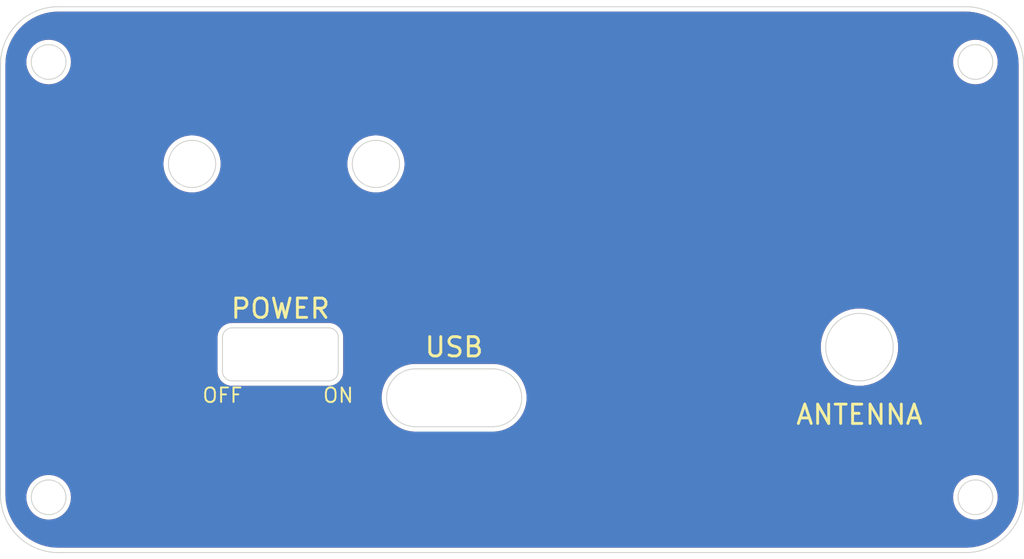
<source format=kicad_pcb>
(kicad_pcb (version 20211014) (generator pcbnew)

  (general
    (thickness 1.6)
  )

  (paper "A4")
  (layers
    (0 "F.Cu" signal)
    (31 "B.Cu" signal)
    (32 "B.Adhes" user "B.Adhesive")
    (33 "F.Adhes" user "F.Adhesive")
    (34 "B.Paste" user)
    (35 "F.Paste" user)
    (36 "B.SilkS" user "B.Silkscreen")
    (37 "F.SilkS" user "F.Silkscreen")
    (38 "B.Mask" user)
    (39 "F.Mask" user)
    (40 "Dwgs.User" user "User.Drawings")
    (41 "Cmts.User" user "User.Comments")
    (42 "Eco1.User" user "User.Eco1")
    (43 "Eco2.User" user "User.Eco2")
    (44 "Edge.Cuts" user)
    (45 "Margin" user)
    (46 "B.CrtYd" user "B.Courtyard")
    (47 "F.CrtYd" user "F.Courtyard")
    (48 "B.Fab" user)
    (49 "F.Fab" user)
    (50 "User.1" user)
    (51 "User.2" user)
    (52 "User.3" user)
    (53 "User.4" user)
    (54 "User.5" user)
    (55 "User.6" user)
    (56 "User.7" user)
    (57 "User.8" user)
    (58 "User.9" user)
  )

  (setup
    (stackup
      (layer "F.SilkS" (type "Top Silk Screen") (color "White"))
      (layer "F.Paste" (type "Top Solder Paste"))
      (layer "F.Mask" (type "Top Solder Mask") (color "#000000F2") (thickness 0.01))
      (layer "F.Cu" (type "copper") (thickness 0.035))
      (layer "dielectric 1" (type "core") (thickness 1.51) (material "FR4") (epsilon_r 4.5) (loss_tangent 0.02))
      (layer "B.Cu" (type "copper") (thickness 0.035))
      (layer "B.Mask" (type "Bottom Solder Mask") (color "#000000F2") (thickness 0.01))
      (layer "B.Paste" (type "Bottom Solder Paste"))
      (layer "B.SilkS" (type "Bottom Silk Screen") (color "White"))
      (copper_finish "None")
      (dielectric_constraints no)
    )
    (pad_to_mask_clearance 0)
    (pcbplotparams
      (layerselection 0x00010fc_ffffffff)
      (disableapertmacros false)
      (usegerberextensions false)
      (usegerberattributes true)
      (usegerberadvancedattributes true)
      (creategerberjobfile false)
      (svguseinch false)
      (svgprecision 6)
      (excludeedgelayer true)
      (plotframeref false)
      (viasonmask false)
      (mode 1)
      (useauxorigin false)
      (hpglpennumber 1)
      (hpglpenspeed 20)
      (hpglpendiameter 15.000000)
      (dxfpolygonmode true)
      (dxfimperialunits true)
      (dxfusepcbnewfont true)
      (psnegative false)
      (psa4output false)
      (plotreference true)
      (plotvalue true)
      (plotinvisibletext false)
      (sketchpadsonfab false)
      (subtractmaskfromsilk false)
      (outputformat 1)
      (mirror false)
      (drillshape 0)
      (scaleselection 1)
      (outputdirectory "../Fabrication/RearPanel/")
    )
  )

  (net 0 "")

  (gr_line (start -53 -22.305) (end -53 22.305) (layer "Edge.Cuts") (width 0.1) (tstamp 09d5a2fb-a656-4e71-9722-e2c42491b552))
  (gr_line (start -10 9.25) (end -2 9.25) (layer "Edge.Cuts") (width 0.1) (tstamp 0af7d151-0d41-4c68-ada2-06b15df90e78))
  (gr_arc (start -2 9.25) (mid 1 12.25) (end -2 15.25) (layer "Edge.Cuts") (width 0.1) (tstamp 166fa92d-16cf-4fdd-aab9-ad4eb573db28))
  (gr_line (start -29 10.5) (end -19 10.5) (layer "Edge.Cuts") (width 0.1) (tstamp 1720f7cb-6671-4050-a34b-33c8d18daff7))
  (gr_line (start -47 -28.305) (end 47 -28.305) (layer "Edge.Cuts") (width 0.1) (tstamp 1c15a4fd-9710-420a-b13b-d1b9b7fd25fb))
  (gr_circle (center 48.01 22.57) (end 49.81 22.57) (layer "Edge.Cuts") (width 0.1) (fill none) (tstamp 2306d96b-0b99-45a0-aff6-359eaaa9cde2))
  (gr_line (start -30 6) (end -30 9.5) (layer "Edge.Cuts") (width 0.1) (tstamp 254159c1-5e94-47a5-b97f-07c3e25c672b))
  (gr_arc (start -10 15.25) (mid -13 12.25) (end -10 9.25) (layer "Edge.Cuts") (width 0.1) (tstamp 3ecc3a1e-5249-4010-8f7e-88c7258dd8d7))
  (gr_line (start -18 9.5) (end -18 6) (layer "Edge.Cuts") (width 0.1) (tstamp 44f400e1-3500-421c-abdc-49ae47ec0fb9))
  (gr_arc (start -53 -22.305) (mid -51.242641 -26.547641) (end -47 -28.305) (layer "Edge.Cuts") (width 0.1) (tstamp 5037828f-6094-4b22-9dd0-9c0ea36d9201))
  (gr_arc (start -18 9.5) (mid -18.292893 10.207107) (end -19 10.5) (layer "Edge.Cuts") (width 0.1) (tstamp 535eb434-54b2-4e7f-937d-e0252a2ecbb1))
  (gr_arc (start -19 5) (mid -18.292893 5.292893) (end -18 6) (layer "Edge.Cuts") (width 0.1) (tstamp 5ffc633e-bd10-4167-9edb-9685249ad374))
  (gr_arc (start 53 22.305) (mid 51.242641 26.547641) (end 47 28.305) (layer "Edge.Cuts") (width 0.1) (tstamp 65b4959b-f860-4d4e-91a7-ca0b32183746))
  (gr_circle (center 48.01 -22.57) (end 49.81 -22.57) (layer "Edge.Cuts") (width 0.1) (fill none) (tstamp 7a6a6147-652f-47f5-8780-67af54269359))
  (gr_circle (center -48.01 -22.57) (end -46.21 -22.57) (layer "Edge.Cuts") (width 0.1) (fill none) (tstamp 8d1845cc-82f1-4995-af1a-f28c79ed999f))
  (gr_arc (start -30 6) (mid -29.707107 5.292893) (end -29 5) (layer "Edge.Cuts") (width 0.1) (tstamp 8e7f58fd-8ffe-46ba-b156-493a3da3e528))
  (gr_arc (start 47 -28.305) (mid 51.242641 -26.547641) (end 53 -22.305) (layer "Edge.Cuts") (width 0.1) (tstamp 911f99b8-22b2-4ce3-bd57-53706fc7eb6d))
  (gr_circle (center -48.01 22.57) (end -46.21 22.57) (layer "Edge.Cuts") (width 0.1) (fill none) (tstamp 96184e21-983b-4641-badc-9a352565581a))
  (gr_line (start -2 15.25) (end -10 15.25) (layer "Edge.Cuts") (width 0.1) (tstamp 99340674-33f5-43ef-af23-72f240f27410))
  (gr_circle (center -14.1 -12) (end -11.65 -12) (layer "Edge.Cuts") (width 0.1) (fill none) (tstamp afd6406a-db60-4df3-91ab-b3093b964dee))
  (gr_circle (center -33.15 -12) (end -30.7 -12) (layer "Edge.Cuts") (width 0.1) (fill none) (tstamp b00c8625-9821-4424-b308-c957fd6b58ff))
  (gr_line (start -47 28.305) (end 47 28.305) (layer "Edge.Cuts") (width 0.1) (tstamp b97b4535-a06b-400f-8ec6-523241c66f45))
  (gr_circle (center 36 7) (end 39.5 7) (layer "Edge.Cuts") (width 0.1) (fill none) (tstamp c62a8d3f-d87e-4625-b444-7d636fc3df79))
  (gr_line (start 53 22.305) (end 53 -22.305) (layer "Edge.Cuts") (width 0.1) (tstamp cba598c6-cc5a-4d45-8187-f1e2d371c878))
  (gr_line (start -19 5) (end -29 5) (layer "Edge.Cuts") (width 0.1) (tstamp f2d570d5-be02-4950-9636-20be28b387fd))
  (gr_arc (start -47 28.305) (mid -51.242641 26.547641) (end -53 22.305) (layer "Edge.Cuts") (width 0.1) (tstamp f6e331cc-8795-4e88-b51b-075fcffc703c))
  (gr_arc (start -29 10.5) (mid -29.707107 10.207107) (end -30 9.5) (layer "Edge.Cuts") (width 0.1) (tstamp f83dd0f0-562f-415f-bb62-e48a952e49bc))
  (gr_text "POWER" (at -24 3) (layer "F.SilkS") (tstamp 07b98075-f44d-40f5-9500-f6e2983c0639)
    (effects (font (size 2 2) (thickness 0.3)))
  )
  (gr_text "OFF" (at -30 12) (layer "F.SilkS") (tstamp 0cefe489-bed0-4a4b-b2da-3f62cb43b2ab)
    (effects (font (size 1.5 1.5) (thickness 0.2)))
  )
  (gr_text "USB" (at -6 7) (layer "F.SilkS") (tstamp 1831b269-0b1f-45a4-a443-f4bed5eea94f)
    (effects (font (size 2 2) (thickness 0.3)))
  )
  (gr_text "ANTENNA" (at 36 14) (layer "F.SilkS") (tstamp 9134bbda-27c3-42f2-833c-310857fe5c78)
    (effects (font (size 2 2) (thickness 0.3)))
  )
  (gr_text "ON" (at -18 12) (layer "F.SilkS") (tstamp c9e3b71f-e769-4e72-9834-25ecfa3a22f2)
    (effects (font (size 1.5 1.5) (thickness 0.2)))
  )

  (zone (net 0) (net_name "") (layers F&B.Cu) (tstamp 781fc52d-3c49-4fa9-a470-b3d4f0dc7417) (hatch edge 0.508)
    (connect_pads (clearance 0.508))
    (min_thickness 0.254) (filled_areas_thickness no)
    (fill yes (thermal_gap 0.508) (thermal_bridge_width 0.508))
    (polygon
      (pts
        (xy 53 29)
        (xy -53 29)
        (xy -53 -29)
        (xy 53 -29)
      )
    )
    (filled_polygon
      (layer "F.Cu")
      (island)
      (pts
        (xy 46.970018 -27.795)
        (xy 46.984851 -27.79269)
        (xy 46.984855 -27.79269)
        (xy 46.993724 -27.791309)
        (xy 47.014664 -27.794047)
        (xy 47.036202 -27.795003)
        (xy 47.224026 -27.787234)
        (xy 47.448278 -27.777959)
        (xy 47.458656 -27.777099)
        (xy 47.734674 -27.742693)
        (xy 47.898702 -27.722247)
        (xy 47.908967 -27.720535)
        (xy 48.072054 -27.686339)
        (xy 48.342976 -27.629533)
        (xy 48.353072 -27.626977)
        (xy 48.778101 -27.500439)
        (xy 48.787938 -27.497062)
        (xy 49.201081 -27.335853)
        (xy 49.210581 -27.331686)
        (xy 49.608983 -27.136919)
        (xy 49.618141 -27.131963)
        (xy 49.999085 -26.90497)
        (xy 50.007804 -26.899274)
        (xy 50.368705 -26.641595)
        (xy 50.376923 -26.635199)
        (xy 50.715326 -26.348587)
        (xy 50.722987 -26.341533)
        (xy 51.036533 -26.027987)
        (xy 51.043587 -26.020326)
        (xy 51.330199 -25.681923)
        (xy 51.336595 -25.673705)
        (xy 51.594274 -25.312804)
        (xy 51.59997 -25.304085)
        (xy 51.826963 -24.923141)
        (xy 51.831918 -24.913985)
        (xy 52.026682 -24.51559)
        (xy 52.026682 -24.515589)
        (xy 52.030853 -24.506081)
        (xy 52.192059 -24.092947)
        (xy 52.195439 -24.083101)
        (xy 52.321977 -23.658072)
        (xy 52.324533 -23.647976)
        (xy 52.415534 -23.21397)
        (xy 52.417248 -23.203698)
        (xy 52.472099 -22.763656)
        (xy 52.472959 -22.753278)
        (xy 52.489694 -22.348665)
        (xy 52.488302 -22.32408)
        (xy 52.486309 -22.311276)
        (xy 52.487473 -22.302374)
        (xy 52.487473 -22.302372)
        (xy 52.490436 -22.279717)
        (xy 52.4915 -22.263379)
        (xy 52.4915 22.255633)
        (xy 52.49 22.275018)
        (xy 52.48769 22.289851)
        (xy 52.48769 22.289855)
        (xy 52.486309 22.298724)
        (xy 52.489047 22.319659)
        (xy 52.490003 22.341202)
        (xy 52.489694 22.348665)
        (xy 52.472959 22.753278)
        (xy 52.472099 22.763656)
        (xy 52.417248 23.203698)
        (xy 52.415534 23.21397)
        (xy 52.324533 23.647976)
        (xy 52.321977 23.658072)
        (xy 52.195439 24.083101)
        (xy 52.192062 24.092938)
        (xy 52.030853 24.506081)
        (xy 52.026686 24.515581)
        (xy 51.885381 24.804624)
        (xy 51.831919 24.913983)
        (xy 51.826963 24.923141)
        (xy 51.59997 25.304085)
        (xy 51.594274 25.312804)
        (xy 51.336595 25.673705)
        (xy 51.330199 25.681923)
        (xy 51.043587 26.020326)
        (xy 51.036533 26.027987)
        (xy 50.722987 26.341533)
        (xy 50.715326 26.348587)
        (xy 50.376923 26.635199)
        (xy 50.368705 26.641595)
        (xy 50.007804 26.899274)
        (xy 49.999085 26.90497)
        (xy 49.618141 27.131963)
        (xy 49.608985 27.136918)
        (xy 49.210581 27.331686)
        (xy 49.201081 27.335853)
        (xy 48.787938 27.497062)
        (xy 48.778101 27.500439)
        (xy 48.353072 27.626977)
        (xy 48.342975 27.629533)
        (xy 47.908967 27.720535)
        (xy 47.898702 27.722247)
        (xy 47.734674 27.742693)
        (xy 47.458656 27.777099)
        (xy 47.448278 27.777959)
        (xy 47.270676 27.785305)
        (xy 47.043661 27.794694)
        (xy 47.01908 27.793302)
        (xy 47.006276 27.791309)
        (xy 46.997374 27.792473)
        (xy 46.997372 27.792473)
        (xy 46.982323 27.794441)
        (xy 46.974714 27.795436)
        (xy 46.958379 27.7965)
        (xy -46.950633 27.7965)
        (xy -46.970018 27.795)
        (xy -46.984851 27.79269)
        (xy -46.984855 27.79269)
        (xy -46.993724 27.791309)
        (xy -47.014664 27.794047)
        (xy -47.036202 27.795003)
        (xy -47.223789 27.787244)
        (xy -47.448279 27.777959)
        (xy -47.458657 27.777099)
        (xy -47.735004 27.742652)
        (xy -47.898702 27.722247)
        (xy -47.908967 27.720535)
        (xy -48.072054 27.686339)
        (xy -48.342979 27.629532)
        (xy -48.353074 27.626976)
        (xy -48.778097 27.500441)
        (xy -48.787939 27.497063)
        (xy -49.201082 27.335853)
        (xy -49.210582 27.331686)
        (xy -49.608985 27.136918)
        (xy -49.618141 27.131963)
        (xy -49.999085 26.90497)
        (xy -50.007804 26.899274)
        (xy -50.368705 26.641595)
        (xy -50.376923 26.635199)
        (xy -50.715326 26.348587)
        (xy -50.722987 26.341533)
        (xy -51.036533 26.027987)
        (xy -51.043587 26.020326)
        (xy -51.330199 25.681923)
        (xy -51.336595 25.673705)
        (xy -51.594274 25.312804)
        (xy -51.59997 25.304085)
        (xy -51.826963 24.923141)
        (xy -51.831919 24.913983)
        (xy -51.884988 24.805429)
        (xy -52.026686 24.515582)
        (xy -52.030853 24.506082)
        (xy -52.192063 24.092939)
        (xy -52.195441 24.083097)
        (xy -52.321976 23.658074)
        (xy -52.324532 23.647979)
        (xy -52.415534 23.21397)
        (xy -52.417248 23.203698)
        (xy -52.472099 22.763657)
        (xy -52.472959 22.753279)
        (xy -52.480539 22.57)
        (xy -50.323453 22.57)
        (xy -50.303661 22.871966)
        (xy -50.302857 22.876006)
        (xy -50.302857 22.876009)
        (xy -50.275862 23.011719)
        (xy -50.244624 23.168766)
        (xy -50.243299 23.17267)
        (xy -50.243298 23.172673)
        (xy -50.228675 23.21575)
        (xy -50.147352 23.45532)
        (xy -50.145528 23.459018)
        (xy -50.049825 23.653084)
        (xy -50.013509 23.726726)
        (xy -49.845386 23.978341)
        (xy -49.842672 23.981435)
        (xy -49.842668 23.981441)
        (xy -49.753517 24.083097)
        (xy -49.645858 24.205858)
        (xy -49.642769 24.208567)
        (xy -49.421441 24.402668)
        (xy -49.421435 24.402672)
        (xy -49.418341 24.405386)
        (xy -49.414915 24.407675)
        (xy -49.41491 24.407679)
        (xy -49.253409 24.51559)
        (xy -49.166727 24.573509)
        (xy -49.163028 24.575333)
        (xy -49.163023 24.575336)
        (xy -49.023692 24.644046)
        (xy -48.89532 24.707352)
        (xy -48.891415 24.708677)
        (xy -48.891414 24.708678)
        (xy -48.612673 24.803298)
        (xy -48.61267 24.803299)
        (xy -48.608766 24.804624)
        (xy -48.604727 24.805427)
        (xy -48.604721 24.805429)
        (xy -48.316009 24.862857)
        (xy -48.316006 24.862857)
        (xy -48.311966 24.863661)
        (xy -48.307855 24.86393)
        (xy -48.307851 24.863931)
        (xy -48.014119 24.883183)
        (xy -48.01 24.883453)
        (xy -48.005881 24.883183)
        (xy -47.712149 24.863931)
        (xy -47.712145 24.86393)
        (xy -47.708034 24.863661)
        (xy -47.703994 24.862857)
        (xy -47.703991 24.862857)
        (xy -47.415279 24.805429)
        (xy -47.415273 24.805427)
        (xy -47.411234 24.804624)
        (xy -47.40733 24.803299)
        (xy -47.407327 24.803298)
        (xy -47.128586 24.708678)
        (xy -47.128585 24.708677)
        (xy -47.12468 24.707352)
        (xy -46.996308 24.644046)
        (xy -46.856977 24.575336)
        (xy -46.856972 24.575333)
        (xy -46.853273 24.573509)
        (xy -46.766591 24.51559)
        (xy -46.60509 24.407679)
        (xy -46.605085 24.407675)
        (xy -46.601659 24.405386)
        (xy -46.598565 24.402672)
        (xy -46.598559 24.402668)
        (xy -46.377231 24.208567)
        (xy -46.374142 24.205858)
        (xy -46.266483 24.083097)
        (xy -46.177332 23.981441)
        (xy -46.177328 23.981435)
        (xy -46.174614 23.978341)
        (xy -46.006491 23.726726)
        (xy -45.970174 23.653084)
        (xy -45.874472 23.459018)
        (xy -45.872648 23.45532)
        (xy -45.791325 23.21575)
        (xy -45.776702 23.172673)
        (xy -45.776701 23.17267)
        (xy -45.775376 23.168766)
        (xy -45.744137 23.011719)
        (xy -45.717143 22.876009)
        (xy -45.717143 22.876006)
        (xy -45.716339 22.871966)
        (xy -45.696547 22.57)
        (xy 45.696547 22.57)
        (xy 45.716339 22.871966)
        (xy 45.717143 22.876006)
        (xy 45.717143 22.876009)
        (xy 45.744138 23.011719)
        (xy 45.775376 23.168766)
        (xy 45.776701 23.17267)
        (xy 45.776702 23.172673)
        (xy 45.791325 23.21575)
        (xy 45.872648 23.45532)
        (xy 45.874472 23.459018)
        (xy 45.970175 23.653084)
        (xy 46.006491 23.726726)
        (xy 46.174614 23.978341)
        (xy 46.177328 23.981435)
        (xy 46.177332 23.981441)
        (xy 46.266483 24.083097)
        (xy 46.374142 24.205858)
        (xy 46.377231 24.208567)
        (xy 46.598559 24.402668)
        (xy 46.598565 24.402672)
        (xy 46.601659 24.405386)
        (xy 46.605085 24.407675)
        (xy 46.60509 24.407679)
        (xy 46.766591 24.51559)
        (xy 46.853273 24.573509)
        (xy 46.856972 24.575333)
        (xy 46.856977 24.575336)
        (xy 46.996308 24.644046)
        (xy 47.12468 24.707352)
        (xy 47.128585 24.708677)
        (xy 47.128586 24.708678)
        (xy 47.407327 24.803298)
        (xy 47.40733 24.803299)
        (xy 47.411234 24.804624)
        (xy 47.415273 24.805427)
        (xy 47.415279 24.805429)
        (xy 47.703991 24.862857)
        (xy 47.703994 24.862857)
        (xy 47.708034 24.863661)
        (xy 47.712145 24.86393)
        (xy 47.712149 24.863931)
        (xy 48.005881 24.883183)
        (xy 48.01 24.883453)
        (xy 48.014119 24.883183)
        (xy 48.307851 24.863931)
        (xy 48.307855 24.86393)
        (xy 48.311966 24.863661)
        (xy 48.316006 24.862857)
        (xy 48.316009 24.862857)
        (xy 48.604721 24.805429)
        (xy 48.604727 24.805427)
        (xy 48.608766 24.804624)
        (xy 48.61267 24.803299)
        (xy 48.612673 24.803298)
        (xy 48.891414 24.708678)
        (xy 48.891415 24.708677)
        (xy 48.89532 24.707352)
        (xy 49.023692 24.644046)
        (xy 49.163023 24.575336)
        (xy 49.163028 24.575333)
        (xy 49.166727 24.573509)
        (xy 49.253409 24.51559)
        (xy 49.41491 24.407679)
        (xy 49.414915 24.407675)
        (xy 49.418341 24.405386)
        (xy 49.421435 24.402672)
        (xy 49.421441 24.402668)
        (xy 49.642769 24.208567)
        (xy 49.645858 24.205858)
        (xy 49.753517 24.083097)
        (xy 49.842668 23.981441)
        (xy 49.842672 23.981435)
        (xy 49.845386 23.978341)
        (xy 50.013509 23.726726)
        (xy 50.049826 23.653084)
        (xy 50.145528 23.459018)
        (xy 50.147352 23.45532)
        (xy 50.228675 23.21575)
        (xy 50.243298 23.172673)
        (xy 50.243299 23.17267)
        (xy 50.244624 23.168766)
        (xy 50.275863 23.011719)
        (xy 50.302857 22.876009)
        (xy 50.302857 22.876006)
        (xy 50.303661 22.871966)
        (xy 50.323453 22.57)
        (xy 50.308457 22.341205)
        (xy 50.303931 22.272149)
        (xy 50.30393 22.272145)
        (xy 50.303661 22.268034)
        (xy 50.302516 22.262277)
        (xy 50.245429 21.975279)
        (xy 50.245427 21.975273)
        (xy 50.244624 21.971234)
        (xy 50.147352 21.68468)
        (xy 50.013509 21.413274)
        (xy 49.845386 21.161659)
        (xy 49.842672 21.158565)
        (xy 49.842668 21.158559)
        (xy 49.648567 20.937231)
        (xy 49.645858 20.934142)
        (xy 49.642769 20.931433)
        (xy 49.421441 20.737332)
        (xy 49.421435 20.737328)
        (xy 49.418341 20.734614)
        (xy 49.414911 20.732322)
        (xy 49.41491 20.732321)
        (xy 49.17016 20.568785)
        (xy 49.166727 20.566491)
        (xy 49.163028 20.564667)
        (xy 49.163023 20.564664)
        (xy 49.023692 20.495954)
        (xy 48.89532 20.432648)
        (xy 48.891414 20.431322)
        (xy 48.612673 20.336702)
        (xy 48.61267 20.336701)
        (xy 48.608766 20.335376)
        (xy 48.604727 20.334573)
        (xy 48.604721 20.334571)
        (xy 48.316009 20.277143)
        (xy 48.316006 20.277143)
        (xy 48.311966 20.276339)
        (xy 48.307855 20.27607)
        (xy 48.307851 20.276069)
        (xy 48.014119 20.256817)
        (xy 48.01 20.256547)
        (xy 48.005881 20.256817)
        (xy 47.712149 20.276069)
        (xy 47.712145 20.27607)
        (xy 47.708034 20.276339)
        (xy 47.703994 20.277143)
        (xy 47.703991 20.277143)
        (xy 47.415279 20.334571)
        (xy 47.415273 20.334573)
        (xy 47.411234 20.335376)
        (xy 47.40733 20.336701)
        (xy 47.407327 20.336702)
        (xy 47.128586 20.431322)
        (xy 47.12468 20.432648)
        (xy 46.996442 20.495888)
        (xy 46.856978 20.564664)
        (xy 46.856973 20.564667)
        (xy 46.853274 20.566491)
        (xy 46.601659 20.734614)
        (xy 46.598565 20.737328)
        (xy 46.598559 20.737332)
        (xy 46.377231 20.931433)
        (xy 46.374142 20.934142)
        (xy 46.371433 20.937231)
        (xy 46.177332 21.158559)
        (xy 46.177328 21.158565)
        (xy 46.174614 21.161659)
        (xy 46.006491 21.413274)
        (xy 45.872648 21.68468)
        (xy 45.775376 21.971234)
        (xy 45.774573 21.975273)
        (xy 45.774571 21.975279)
        (xy 45.717484 22.262277)
        (xy 45.716339 22.268034)
        (xy 45.71607 22.272145)
        (xy 45.716069 22.272149)
        (xy 45.711543 22.341205)
        (xy 45.696547 22.57)
        (xy -45.696547 22.57)
        (xy -45.711543 22.341205)
        (xy -45.716069 22.272149)
        (xy -45.71607 22.272145)
        (xy -45.716339 22.268034)
        (xy -45.717484 22.262277)
        (xy -45.774571 21.975279)
        (xy -45.774573 21.975273)
        (xy -45.775376 21.971234)
        (xy -45.872648 21.68468)
        (xy -46.006491 21.413274)
        (xy -46.174614 21.161659)
        (xy -46.177328 21.158565)
        (xy -46.177332 21.158559)
        (xy -46.371433 20.937231)
        (xy -46.374142 20.934142)
        (xy -46.377231 20.931433)
        (xy -46.598559 20.737332)
        (xy -46.598565 20.737328)
        (xy -46.601659 20.734614)
        (xy -46.605089 20.732322)
        (xy -46.60509 20.732321)
        (xy -46.84984 20.568785)
        (xy -46.853273 20.566491)
        (xy -46.856972 20.564667)
        (xy -46.856977 20.564664)
        (xy -46.996308 20.495954)
        (xy -47.12468 20.432648)
        (xy -47.128586 20.431322)
        (xy -47.407327 20.336702)
        (xy -47.40733 20.336701)
        (xy -47.411234 20.335376)
        (xy -47.415273 20.334573)
        (xy -47.415279 20.334571)
        (xy -47.703991 20.277143)
        (xy -47.703994 20.277143)
        (xy -47.708034 20.276339)
        (xy -47.712145 20.27607)
        (xy -47.712149 20.276069)
        (xy -48.005881 20.256817)
        (xy -48.01 20.256547)
        (xy -48.014119 20.256817)
        (xy -48.307851 20.276069)
        (xy -48.307855 20.27607)
        (xy -48.311966 20.276339)
        (xy -48.316006 20.277143)
        (xy -48.316009 20.277143)
        (xy -48.604721 20.334571)
        (xy -48.604727 20.334573)
        (xy -48.608766 20.335376)
        (xy -48.61267 20.336701)
        (xy -48.612673 20.336702)
        (xy -48.891414 20.431322)
        (xy -48.89532 20.432648)
        (xy -49.023558 20.495888)
        (xy -49.163022 20.564664)
        (xy -49.163027 20.564667)
        (xy -49.166726 20.566491)
        (xy -49.418341 20.734614)
        (xy -49.421435 20.737328)
        (xy -49.421441 20.737332)
        (xy -49.642769 20.931433)
        (xy -49.645858 20.934142)
        (xy -49.648567 20.937231)
        (xy -49.842668 21.158559)
        (xy -49.842672 21.158565)
        (xy -49.845386 21.161659)
        (xy -50.013509 21.413274)
        (xy -50.147352 21.68468)
        (xy -50.244624 21.971234)
        (xy -50.245427 21.975273)
        (xy -50.245429 21.975279)
        (xy -50.302516 22.262277)
        (xy -50.303661 22.268034)
        (xy -50.30393 22.272145)
        (xy -50.303931 22.272149)
        (xy -50.308457 22.341205)
        (xy -50.323453 22.57)
        (xy -52.480539 22.57)
        (xy -52.489694 22.348665)
        (xy -52.488302 22.32408)
        (xy -52.486309 22.311276)
        (xy -52.490436 22.279714)
        (xy -52.4915 22.263379)
        (xy -52.4915 12.25)
        (xy -13.513315 12.25)
        (xy -13.494069 12.617241)
        (xy -13.436541 12.980459)
        (xy -13.341361 13.335674)
        (xy -13.209573 13.678994)
        (xy -13.208075 13.681934)
        (xy -13.044119 14.003716)
        (xy -13.04262 14.006658)
        (xy -13.040824 14.009424)
        (xy -13.040822 14.009426)
        (xy -12.842332 14.315075)
        (xy -12.610902 14.600867)
        (xy -12.350867 14.860902)
        (xy -12.065075 15.092332)
        (xy -11.756658 15.29262)
        (xy -11.753724 15.294115)
        (xy -11.753717 15.294119)
        (xy -11.431934 15.458075)
        (xy -11.428994 15.459573)
        (xy -11.085674 15.591361)
        (xy -10.730459 15.686541)
        (xy -10.537442 15.717112)
        (xy -10.370489 15.743555)
        (xy -10.370481 15.743556)
        (xy -10.367241 15.744069)
        (xy -10.207701 15.75243)
        (xy -10.027687 15.761864)
        (xy -10.022213 15.762464)
        (xy -10.022201 15.762332)
        (xy -10.017366 15.762766)
        (xy -10.012552 15.763576)
        (xy -10.005899 15.763657)
        (xy -10.00486 15.76367)
        (xy -10.004857 15.76367)
        (xy -10 15.763729)
        (xy -9.972376 15.759773)
        (xy -9.954514 15.7585)
        (xy -2.05325 15.7585)
        (xy -2.032345 15.760246)
        (xy -2.017344 15.76277)
        (xy -2.017341 15.76277)
        (xy -2.012552 15.763576)
        (xy -2.006415 15.763651)
        (xy -2.004863 15.76367)
        (xy -2.004859 15.76367)
        (xy -2 15.763729)
        (xy -1.996647 15.763249)
        (xy -1.995418 15.763524)
        (xy -1.995441 15.763076)
        (xy -1.983763 15.762464)
        (xy -1.632759 15.744069)
        (xy -1.629519 15.743556)
        (xy -1.629511 15.743555)
        (xy -1.462558 15.717112)
        (xy -1.269541 15.686541)
        (xy -0.914326 15.591361)
        (xy -0.571006 15.459573)
        (xy -0.568066 15.458075)
        (xy -0.246284 15.294119)
        (xy -0.246277 15.294115)
        (xy -0.243343 15.29262)
        (xy 0.065075 15.092332)
        (xy 0.350867 14.860902)
        (xy 0.610902 14.600867)
        (xy 0.842332 14.315075)
        (xy 1.04262 14.006657)
        (xy 1.209573 13.678994)
        (xy 1.341361 13.335674)
        (xy 1.436541 12.980459)
        (xy 1.494069 12.617241)
        (xy 1.513315 12.25)
        (xy 1.494069 11.882759)
        (xy 1.436541 11.519541)
        (xy 1.341361 11.164326)
        (xy 1.209573 10.821006)
        (xy 1.118854 10.64296)
        (xy 1.044119 10.496283)
        (xy 1.044115 10.496276)
        (xy 1.04262 10.493342)
        (xy 1.040824 10.490576)
        (xy 1.040822 10.490573)
        (xy 0.844134 10.1877)
        (xy 0.842332 10.184925)
        (xy 0.610902 9.899133)
        (xy 0.350867 9.639098)
        (xy 0.065075 9.407668)
        (xy -0.084095 9.310796)
        (xy -0.240573 9.209178)
        (xy -0.240576 9.209176)
        (xy -0.243342 9.20738)
        (xy -0.246276 9.205885)
        (xy -0.246283 9.205881)
        (xy -0.568066 9.041925)
        (xy -0.571006 9.040427)
        (xy -0.914326 8.908639)
        (xy -1.269541 8.813459)
        (xy -1.462558 8.782888)
        (xy -1.629511 8.756445)
        (xy -1.629519 8.756444)
        (xy -1.632759 8.755931)
        (xy -1.792299 8.74757)
        (xy -1.972313 8.738136)
        (xy -1.977787 8.737536)
        (xy -1.977799 8.737668)
        (xy -1.982634 8.737234)
        (xy -1.987448 8.736424)
        (xy -1.994101 8.736343)
        (xy -1.99514 8.73633)
        (xy -1.995143 8.73633)
        (xy -2 8.736271)
        (xy -2.024321 8.739754)
        (xy -2.027624 8.740227)
        (xy -2.045486 8.7415)
        (xy -9.94675 8.7415)
        (xy -9.967655 8.739754)
        (xy -9.982656 8.73723)
        (xy -9.982659 8.73723)
        (xy -9.987448 8.736424)
        (xy -9.993585 8.736349)
        (xy -9.995137 8.73633)
        (xy -9.995141 8.73633)
        (xy -10 8.736271)
        (xy -10.003353 8.736751)
        (xy -10.004582 8.736476)
        (xy -10.004559 8.736924)
        (xy -10.367241 8.755931)
        (xy -10.370481 8.756444)
        (xy -10.370489 8.756445)
        (xy -10.537442 8.782888)
        (xy -10.730459 8.813459)
        (xy -11.085674 8.908639)
        (xy -11.428994 9.040427)
        (xy -11.431934 9.041925)
        (xy -11.753717 9.205881)
        (xy -11.753724 9.205885)
        (xy -11.756658 9.20738)
        (xy -11.759424 9.209176)
        (xy -11.759427 9.209178)
        (xy -11.915905 9.310796)
        (xy -12.065075 9.407668)
        (xy -12.350867 9.639098)
        (xy -12.610902 9.899133)
        (xy -12.842332 10.184925)
        (xy -12.844134 10.1877)
        (xy -13.040696 10.490381)
        (xy -13.04262 10.493343)
        (xy -13.044115 10.496277)
        (xy -13.044119 10.496284)
        (xy -13.168541 10.740476)
        (xy -13.209573 10.821006)
        (xy -13.341361 11.164326)
        (xy -13.436541 11.519541)
        (xy -13.494069 11.882759)
        (xy -13.513315 12.25)
        (xy -52.4915 12.25)
        (xy -52.4915 9.499999)
        (xy -30.513729 9.499999)
        (xy -30.51304 9.504809)
        (xy -30.511613 9.514773)
        (xy -30.510662 9.523645)
        (xy -30.498528 9.693304)
        (xy -30.49696 9.71523)
        (xy -30.496003 9.719629)
        (xy -30.455645 9.905148)
        (xy -30.451092 9.926079)
        (xy -30.375685 10.128254)
        (xy -30.373532 10.132198)
        (xy -30.373531 10.132199)
        (xy -30.343225 10.1877)
        (xy -30.272273 10.31764)
        (xy -30.14296 10.490381)
        (xy -29.990381 10.64296)
        (xy -29.81764 10.772273)
        (xy -29.813686 10.774432)
        (xy -29.646919 10.865493)
        (xy -29.628254 10.875685)
        (xy -29.426079 10.951092)
        (xy -29.421684 10.952048)
        (xy -29.421681 10.952049)
        (xy -29.272089 10.984591)
        (xy -29.21523 10.99696)
        (xy -29.040469 11.009458)
        (xy -29.028554 11.010884)
        (xy -29.017351 11.012769)
        (xy -29.017344 11.01277)
        (xy -29.012551 11.013576)
        (xy -29.006312 11.013652)
        (xy -29.004859 11.01367)
        (xy -29.004856 11.01367)
        (xy -28.999999 11.013729)
        (xy -28.972375 11.009773)
        (xy -28.954513 11.0085)
        (xy -19.053251 11.0085)
        (xy -19.032346 11.010246)
        (xy -19.017345 11.01277)
        (xy -19.017342 11.01277)
        (xy -19.012553 11.013576)
        (xy -19.006277 11.013653)
        (xy -19.00486 11.01367)
        (xy -19.004857 11.01367)
        (xy -19.000001 11.013729)
        (xy -18.985226 11.011613)
        (xy -18.976355 11.010662)
        (xy -18.789258 10.997281)
        (xy -18.78477 10.99696)
        (xy -18.727911 10.984591)
        (xy -18.578319 10.952049)
        (xy -18.578316 10.952048)
        (xy -18.573921 10.951092)
        (xy -18.371746 10.875685)
        (xy -18.35308 10.865493)
        (xy -18.186314 10.774432)
        (xy -18.18236 10.772273)
        (xy -18.009619 10.64296)
        (xy -17.85704 10.490381)
        (xy -17.727727 10.31764)
        (xy -17.656775 10.1877)
        (xy -17.626469 10.132199)
        (xy -17.626468 10.132198)
        (xy -17.624315 10.128254)
        (xy -17.548908 9.926079)
        (xy -17.544354 9.905148)
        (xy -17.503997 9.719629)
        (xy -17.50304 9.71523)
        (xy -17.490542 9.540469)
        (xy -17.489116 9.528554)
        (xy -17.487231 9.517351)
        (xy -17.48723 9.517344)
        (xy -17.486424 9.512551)
        (xy -17.486271 9.499999)
        (xy -17.490227 9.472375)
        (xy -17.4915 9.454513)
        (xy -17.4915 6.943965)
        (xy 31.987057 6.943965)
        (xy 32.000741 7.335827)
        (xy 32.052599 7.724484)
        (xy 32.142136 8.106225)
        (xy 32.268496 8.477407)
        (xy 32.430475 8.834487)
        (xy 32.626525 9.174056)
        (xy 32.628314 9.176554)
        (xy 32.628316 9.176558)
        (xy 32.850891 9.487447)
        (xy 32.854776 9.492874)
        (xy 32.856797 9.495182)
        (xy 32.856805 9.495192)
        (xy 33.088826 9.760226)
        (xy 33.113049 9.787896)
        (xy 33.398878 10.056308)
        (xy 33.709536 10.295546)
        (xy 33.712139 10.297173)
        (xy 33.712144 10.297176)
        (xy 33.831576 10.371805)
        (xy 34.042056 10.503328)
        (xy 34.393266 10.67767)
        (xy 34.759812 10.816907)
        (xy 35.138195 10.919712)
        (xy 35.436419 10.970153)
        (xy 35.521783 10.984591)
        (xy 35.521786 10.984591)
        (xy 35.524805 10.985102)
        (xy 35.679444 10.995916)
        (xy 35.912885 11.01224)
        (xy 35.912893 11.01224)
        (xy 35.915951 11.012454)
        (xy 36.168037 11.005413)
        (xy 36.304825 11.001592)
        (xy 36.304828 11.001592)
        (xy 36.307899 11.001506)
        (xy 36.310952 11.00112)
        (xy 36.310956 11.00112)
        (xy 36.452576 10.983229)
        (xy 36.696908 10.952362)
        (xy 36.699912 10.95168)
        (xy 36.699915 10.951679)
        (xy 37.076269 10.866174)
        (xy 37.076275 10.866172)
        (xy 37.079265 10.865493)
        (xy 37.171932 10.834667)
        (xy 37.448396 10.7427)
        (xy 37.448402 10.742698)
        (xy 37.45132 10.741727)
        (xy 37.592735 10.678765)
        (xy 37.806722 10.583492)
        (xy 37.806728 10.583489)
        (xy 37.809522 10.582245)
        (xy 37.812191 10.580729)
        (xy 38.147784 10.390086)
        (xy 38.14779 10.390083)
        (xy 38.150452 10.38857)
        (xy 38.435203 10.1877)
        (xy 38.468342 10.164323)
        (xy 38.468346 10.16432)
        (xy 38.470855 10.16255)
        (xy 38.608329 10.043886)
        (xy 38.765347 9.908353)
        (xy 38.765351 9.908349)
        (xy 38.767674 9.906344)
        (xy 38.84504 9.825102)
        (xy 39.022168 9.639098)
        (xy 39.038074 9.622395)
        (xy 39.102079 9.540473)
        (xy 39.277565 9.31586)
        (xy 39.277567 9.315857)
        (xy 39.279475 9.313415)
        (xy 39.489574 8.982354)
        (xy 39.666363 8.63237)
        (xy 39.698437 8.549678)
        (xy 39.807041 8.269681)
        (xy 39.807044 8.269672)
        (xy 39.808156 8.266805)
        (xy 39.9136 7.889148)
        (xy 39.981688 7.503004)
        (xy 39.994788 7.332747)
        (xy 40.011619 7.114013)
        (xy 40.011619 7.114002)
        (xy 40.011769 7.112059)
        (xy 40.013334 7)
        (xy 40.010594 6.943965)
        (xy 39.99433 6.61144)
        (xy 39.99418 6.608367)
        (xy 39.936901 6.220473)
        (xy 39.842043 5.840019)
        (xy 39.823074 5.786746)
        (xy 39.762177 5.61573)
        (xy 39.710512 5.470637)
        (xy 39.543564 5.115854)
        (xy 39.541997 5.113225)
        (xy 39.541992 5.113216)
        (xy 39.391178 4.860225)
        (xy 39.342791 4.779055)
        (xy 39.340977 4.776595)
        (xy 39.340972 4.776587)
        (xy 39.111933 4.465926)
        (xy 39.111931 4.465923)
        (xy 39.110111 4.463455)
        (xy 38.847744 4.172068)
        (xy 38.558195 3.907673)
        (xy 38.244228 3.672795)
        (xy 38.196015 3.643596)
        (xy 37.911467 3.471267)
        (xy 37.911458 3.471262)
        (xy 37.908839 3.469676)
        (xy 37.555229 3.300255)
        (xy 37.552339 3.299203)
        (xy 37.552334 3.299201)
        (xy 37.189674 3.167204)
        (xy 37.189671 3.167203)
        (xy 37.186775 3.166149)
        (xy 36.910563 3.095229)
        (xy 36.809977 3.069403)
        (xy 36.809974 3.069402)
        (xy 36.806993 3.068637)
        (xy 36.419508 3.008651)
        (xy 36.028018 2.986764)
        (xy 36.024939 2.986893)
        (xy 36.024936 2.986893)
        (xy 35.769188 2.997612)
        (xy 35.636261 3.003183)
        (xy 35.633217 3.003611)
        (xy 35.633215 3.003611)
        (xy 35.422778 3.033186)
        (xy 35.247976 3.057753)
        (xy 34.866869 3.149953)
        (xy 34.496579 3.278902)
        (xy 34.140638 3.443369)
        (xy 33.802446 3.641785)
        (xy 33.642444 3.758033)
        (xy 33.487711 3.870453)
        (xy 33.487705 3.870458)
        (xy 33.48523 3.872256)
        (xy 33.482944 3.874285)
        (xy 33.482941 3.874288)
        (xy 33.403123 3.945154)
        (xy 33.192017 4.132583)
        (xy 33.189938 4.134828)
        (xy 33.189931 4.134835)
        (xy 33.101569 4.230258)
        (xy 32.925608 4.420279)
        (xy 32.892836 4.463455)
        (xy 32.771929 4.622744)
        (xy 32.688544 4.732599)
        (xy 32.483089 5.066562)
        (xy 32.311203 5.41898)
        (xy 32.174527 5.786489)
        (xy 32.074367 6.165581)
        (xy 32.011677 6.552638)
        (xy 32.011483 6.555718)
        (xy 32.011483 6.55572)
        (xy 31.989443 6.906035)
        (xy 31.987057 6.943965)
        (xy -17.4915 6.943965)
        (xy -17.4915 6.053251)
        (xy -17.489754 6.032346)
        (xy -17.48723 6.017345)
        (xy -17.48723 6.017342)
        (xy -17.486424 6.012553)
        (xy -17.486271 6.000001)
        (xy -17.488387 5.985226)
        (xy -17.489338 5.976355)
        (xy -17.502719 5.789258)
        (xy -17.50304 5.78477)
        (xy -17.548908 5.573921)
        (xy -17.624315 5.371746)
        (xy -17.727727 5.18236)
        (xy -17.85704 5.009619)
        (xy -18.009619 4.85704)
        (xy -18.18236 4.727727)
        (xy -18.371746 4.624315)
        (xy -18.573921 4.548908)
        (xy -18.578316 4.547952)
        (xy -18.578319 4.547951)
        (xy -18.780371 4.503997)
        (xy -18.78037 4.503997)
        (xy -18.78477 4.50304)
        (xy -18.959531 4.490542)
        (xy -18.971446 4.489116)
        (xy -18.982649 4.487231)
        (xy -18.982656 4.48723)
        (xy -18.987449 4.486424)
        (xy -18.993688 4.486348)
        (xy -18.995141 4.48633)
        (xy -18.995144 4.48633)
        (xy -19.000001 4.486271)
        (xy -19.019867 4.489116)
        (xy -19.027625 4.490227)
        (xy -19.045487 4.4915)
        (xy -28.946749 4.4915)
        (xy -28.967654 4.489754)
        (xy -28.982655 4.48723)
        (xy -28.982658 4.48723)
        (xy -28.987447 4.486424)
        (xy -28.993723 4.486348)
        (xy -28.99514 4.48633)
        (xy -28.995143 4.48633)
        (xy -28.999999 4.486271)
        (xy -29.014773 4.488387)
        (xy -29.023645 4.489338)
        (xy -29.210742 4.502719)
        (xy -29.21523 4.50304)
        (xy -29.21963 4.503997)
        (xy -29.219629 4.503997)
        (xy -29.421681 4.547951)
        (xy -29.421684 4.547952)
        (xy -29.426079 4.548908)
        (xy -29.628254 4.624315)
        (xy -29.81764 4.727727)
        (xy -29.990381 4.85704)
        (xy -30.14296 5.009619)
        (xy -30.272273 5.18236)
        (xy -30.375685 5.371746)
        (xy -30.451092 5.573921)
        (xy -30.49696 5.78477)
        (xy -30.497281 5.789258)
        (xy -30.509458 5.959527)
        (xy -30.510884 5.971446)
        (xy -30.512769 5.982649)
        (xy -30.51277 5.982656)
        (xy -30.513576 5.987449)
        (xy -30.513729 6.000001)
        (xy -30.512627 6.007694)
        (xy -30.509773 6.027625)
        (xy -30.5085 6.045487)
        (xy -30.5085 9.446749)
        (xy -30.510246 9.467654)
        (xy -30.513576 9.487447)
        (xy -30.513729 9.499999)
        (xy -52.4915 9.499999)
        (xy -52.4915 -12.093086)
        (xy -36.112052 -12.093086)
        (xy -36.111211 -12.060984)
        (xy -36.103121 -11.75202)
        (xy -36.055047 -11.41424)
        (xy -35.968469 -11.084224)
        (xy -35.844534 -10.766346)
        (xy -35.84283 -10.763128)
        (xy -35.714883 -10.521479)
        (xy -35.684884 -10.46482)
        (xy -35.682832 -10.461835)
        (xy -35.682827 -10.461826)
        (xy -35.493692 -10.186633)
        (xy -35.493686 -10.186626)
        (xy -35.491635 -10.183641)
        (xy -35.489247 -10.180904)
        (xy -35.304244 -9.968831)
        (xy -35.26735 -9.926538)
        (xy -35.015 -9.696917)
        (xy -34.73793 -9.497822)
        (xy -34.439813 -9.331893)
        (xy -34.124601 -9.201327)
        (xy -34.121107 -9.200332)
        (xy -34.121105 -9.200331)
        (xy -33.799972 -9.108854)
        (xy -33.799967 -9.108853)
        (xy -33.796471 -9.107857)
        (xy -33.79289 -9.107271)
        (xy -33.792883 -9.107269)
        (xy -33.463352 -9.053306)
        (xy -33.463348 -9.053306)
        (xy -33.459772 -9.05272)
        (xy -33.456146 -9.052549)
        (xy -33.122594 -9.036819)
        (xy -33.122593 -9.036819)
        (xy -33.118967 -9.036648)
        (xy -33.111188 -9.037178)
        (xy -32.782204 -9.059606)
        (xy -32.782196 -9.059607)
        (xy -32.778573 -9.059854)
        (xy -32.774997 -9.060517)
        (xy -32.774995 -9.060517)
        (xy -32.446668 -9.121369)
        (xy -32.446664 -9.12137)
        (xy -32.443103 -9.12203)
        (xy -32.117002 -9.222352)
        (xy -31.804593 -9.35949)
        (xy -31.510016 -9.531626)
        (xy -31.292685 -9.694803)
        (xy -31.240084 -9.734297)
        (xy -31.24008 -9.7343)
        (xy -31.237177 -9.73648)
        (xy -30.989691 -9.971335)
        (xy -30.770839 -10.233079)
        (xy -30.768851 -10.236105)
        (xy -30.585509 -10.515217)
        (xy -30.585504 -10.515226)
        (xy -30.583522 -10.518243)
        (xy -30.460357 -10.763128)
        (xy -30.431848 -10.819811)
        (xy -30.431845 -10.819819)
        (xy -30.430221 -10.823047)
        (xy -30.335882 -11.08084)
        (xy -30.314218 -11.140039)
        (xy -30.314217 -11.140043)
        (xy -30.31297 -11.14345)
        (xy -30.233323 -11.475207)
        (xy -30.200259 -11.748429)
        (xy -30.19267 -11.81114)
        (xy -30.192669 -11.811147)
        (xy -30.192334 -11.813919)
        (xy -30.186486 -12)
        (xy -30.191853 -12.093086)
        (xy -17.062052 -12.093086)
        (xy -17.061211 -12.060984)
        (xy -17.053121 -11.75202)
        (xy -17.005047 -11.41424)
        (xy -16.918469 -11.084224)
        (xy -16.794534 -10.766346)
        (xy -16.79283 -10.763128)
        (xy -16.664883 -10.521479)
        (xy -16.634884 -10.46482)
        (xy -16.632832 -10.461835)
        (xy -16.632827 -10.461826)
        (xy -16.443692 -10.186633)
        (xy -16.443686 -10.186626)
        (xy -16.441635 -10.183641)
        (xy -16.439247 -10.180904)
        (xy -16.254244 -9.968831)
        (xy -16.21735 -9.926538)
        (xy -15.965 -9.696917)
        (xy -15.68793 -9.497822)
        (xy -15.389813 -9.331893)
        (xy -15.074601 -9.201327)
        (xy -15.071107 -9.200332)
        (xy -15.071105 -9.200331)
        (xy -14.749972 -9.108854)
        (xy -14.749967 -9.108853)
        (xy -14.746471 -9.107857)
        (xy -14.74289 -9.107271)
        (xy -14.742883 -9.107269)
        (xy -14.413352 -9.053306)
        (xy -14.413348 -9.053306)
        (xy -14.409772 -9.05272)
        (xy -14.406146 -9.052549)
        (xy -14.072594 -9.036819)
        (xy -14.072593 -9.036819)
        (xy -14.068967 -9.036648)
        (xy -14.061188 -9.037178)
        (xy -13.732204 -9.059606)
        (xy -13.732196 -9.059607)
        (xy -13.728573 -9.059854)
        (xy -13.724997 -9.060517)
        (xy -13.724995 -9.060517)
        (xy -13.396668 -9.121369)
        (xy -13.396664 -9.12137)
        (xy -13.393103 -9.12203)
        (xy -13.067002 -9.222352)
        (xy -12.754593 -9.35949)
        (xy -12.460016 -9.531626)
        (xy -12.242685 -9.694803)
        (xy -12.190084 -9.734297)
        (xy -12.19008 -9.7343)
        (xy -12.187177 -9.73648)
        (xy -11.939691 -9.971335)
        (xy -11.720839 -10.233079)
        (xy -11.718851 -10.236105)
        (xy -11.535509 -10.515217)
        (xy -11.535504 -10.515226)
        (xy -11.533522 -10.518243)
        (xy -11.410357 -10.763128)
        (xy -11.381848 -10.819811)
        (xy -11.381845 -10.819819)
        (xy -11.380221 -10.823047)
        (xy -11.285882 -11.08084)
        (xy -11.264218 -11.140039)
        (xy -11.264217 -11.140043)
        (xy -11.26297 -11.14345)
        (xy -11.183323 -11.475207)
        (xy -11.150259 -11.748429)
        (xy -11.14267 -11.81114)
        (xy -11.142669 -11.811147)
        (xy -11.142334 -11.813919)
        (xy -11.136486 -12)
        (xy -11.156126 -12.340618)
        (xy -11.172235 -12.432919)
        (xy -11.214161 -12.673148)
        (xy -11.214163 -12.673155)
        (xy -11.214785 -12.676721)
        (xy -11.242551 -12.770459)
        (xy -11.26734 -12.854142)
        (xy -11.311687 -13.003855)
        (xy -11.313111 -13.007194)
        (xy -11.444122 -13.314345)
        (xy -11.444124 -13.314348)
        (xy -11.445546 -13.317683)
        (xy -11.490863 -13.397133)
        (xy -11.612797 -13.610905)
        (xy -11.614588 -13.614045)
        (xy -11.67135 -13.691318)
        (xy -11.81443 -13.886098)
        (xy -11.814432 -13.886101)
        (xy -11.816573 -13.889015)
        (xy -11.884752 -13.962385)
        (xy -12.046357 -14.136292)
        (xy -12.048824 -14.138947)
        (xy -12.308262 -14.360528)
        (xy -12.591449 -14.550821)
        (xy -12.89463 -14.707305)
        (xy -12.898011 -14.708583)
        (xy -12.898021 -14.708587)
        (xy -13.12456 -14.794188)
        (xy -13.213788 -14.827905)
        (xy -13.217309 -14.828789)
        (xy -13.217314 -14.828791)
        (xy -13.375905 -14.868626)
        (xy -13.544693 -14.911022)
        (xy -13.563594 -14.91351)
        (xy -13.879354 -14.955081)
        (xy -13.879362 -14.955082)
        (xy -13.882958 -14.955555)
        (xy -14.02454 -14.957779)
        (xy -14.220457 -14.960857)
        (xy -14.220461 -14.960857)
        (xy -14.224099 -14.960914)
        (xy -14.227713 -14.960553)
        (xy -14.227719 -14.960553)
        (xy -14.467879 -14.936582)
        (xy -14.563596 -14.927028)
        (xy -14.896948 -14.854346)
        (xy -14.900379 -14.853171)
        (xy -14.90038 -14.853171)
        (xy -15.216305 -14.745005)
        (xy -15.21631 -14.745003)
        (xy -15.219736 -14.74383)
        (xy -15.223004 -14.742271)
        (xy -15.223012 -14.742268)
        (xy -15.380114 -14.667334)
        (xy -15.527684 -14.596947)
        (xy -15.816708 -14.415643)
        (xy -16.082978 -14.20232)
        (xy -16.322965 -13.959807)
        (xy -16.533487 -13.691318)
        (xy -16.711755 -13.400411)
        (xy -16.713274 -13.397139)
        (xy -16.713277 -13.397133)
        (xy -16.750156 -13.317683)
        (xy -16.855406 -13.090942)
        (xy -16.962535 -12.767014)
        (xy -16.963271 -12.763459)
        (xy -16.963272 -12.763456)
        (xy -16.981234 -12.676721)
        (xy -17.031722 -12.432919)
        (xy -17.062052 -12.093086)
        (xy -30.191853 -12.093086)
        (xy -30.206126 -12.340618)
        (xy -30.222235 -12.432919)
        (xy -30.264161 -12.673148)
        (xy -30.264163 -12.673155)
        (xy -30.264785 -12.676721)
        (xy -30.292551 -12.770459)
        (xy -30.31734 -12.854142)
        (xy -30.361687 -13.003855)
        (xy -30.363111 -13.007194)
        (xy -30.494122 -13.314345)
        (xy -30.494124 -13.314348)
        (xy -30.495546 -13.317683)
        (xy -30.540863 -13.397133)
        (xy -30.662797 -13.610905)
        (xy -30.664588 -13.614045)
        (xy -30.72135 -13.691318)
        (xy -30.86443 -13.886098)
        (xy -30.864432 -13.886101)
        (xy -30.866573 -13.889015)
        (xy -30.934752 -13.962385)
        (xy -31.096357 -14.136292)
        (xy -31.098824 -14.138947)
        (xy -31.358262 -14.360528)
        (xy -31.641449 -14.550821)
        (xy -31.94463 -14.707305)
        (xy -31.948011 -14.708583)
        (xy -31.948021 -14.708587)
        (xy -32.17456 -14.794188)
        (xy -32.263788 -14.827905)
        (xy -32.267309 -14.828789)
        (xy -32.267314 -14.828791)
        (xy -32.425905 -14.868626)
        (xy -32.594693 -14.911022)
        (xy -32.613594 -14.91351)
        (xy -32.929354 -14.955081)
        (xy -32.929362 -14.955082)
        (xy -32.932958 -14.955555)
        (xy -33.07454 -14.957779)
        (xy -33.270457 -14.960857)
        (xy -33.270461 -14.960857)
        (xy -33.274099 -14.960914)
        (xy -33.277713 -14.960553)
        (xy -33.277719 -14.960553)
        (xy -33.517879 -14.936582)
        (xy -33.613596 -14.927028)
        (xy -33.946948 -14.854346)
        (xy -33.950379 -14.853171)
        (xy -33.95038 -14.853171)
        (xy -34.266305 -14.745005)
        (xy -34.26631 -14.745003)
        (xy -34.269736 -14.74383)
        (xy -34.273004 -14.742271)
        (xy -34.273012 -14.742268)
        (xy -34.430114 -14.667334)
        (xy -34.577684 -14.596947)
        (xy -34.866708 -14.415643)
        (xy -35.132978 -14.20232)
        (xy -35.372965 -13.959807)
        (xy -35.583487 -13.691318)
        (xy -35.761755 -13.400411)
        (xy -35.763274 -13.397139)
        (xy -35.763277 -13.397133)
        (xy -35.800156 -13.317683)
        (xy -35.905406 -13.090942)
        (xy -36.012535 -12.767014)
        (xy -36.013271 -12.763459)
        (xy -36.013272 -12.763456)
        (xy -36.031234 -12.676721)
        (xy -36.081722 -12.432919)
        (xy -36.112052 -12.093086)
        (xy -52.4915 -12.093086)
        (xy -52.4915 -22.255633)
        (xy -52.49 -22.275018)
        (xy -52.48769 -22.289851)
        (xy -52.48769 -22.289855)
        (xy -52.486309 -22.298724)
        (xy -52.489047 -22.319664)
        (xy -52.490003 -22.341205)
        (xy -52.489815 -22.345733)
        (xy -52.480539 -22.57)
        (xy -50.323453 -22.57)
        (xy -50.323183 -22.565881)
        (xy -50.306501 -22.311371)
        (xy -50.303661 -22.268034)
        (xy -50.302857 -22.263994)
        (xy -50.302857 -22.263991)
        (xy -50.275862 -22.128281)
        (xy -50.244624 -21.971234)
        (xy -50.147352 -21.68468)
        (xy -50.013509 -21.413274)
        (xy -49.845386 -21.161659)
        (xy -49.842672 -21.158565)
        (xy -49.842668 -21.158559)
        (xy -49.648567 -20.937231)
        (xy -49.645858 -20.934142)
        (xy -49.642769 -20.931433)
        (xy -49.421441 -20.737332)
        (xy -49.421435 -20.737328)
        (xy -49.418341 -20.734614)
        (xy -49.414915 -20.732325)
        (xy -49.41491 -20.732321)
        (xy -49.226629 -20.606516)
        (xy -49.166727 -20.566491)
        (xy -49.163028 -20.564667)
        (xy -49.163023 -20.564664)
        (xy -49.023692 -20.495954)
        (xy -48.89532 -20.432648)
        (xy -48.891415 -20.431323)
        (xy -48.891414 -20.431322)
        (xy -48.612673 -20.336702)
        (xy -48.61267 -20.336701)
        (xy -48.608766 -20.335376)
        (xy -48.604727 -20.334573)
        (xy -48.604721 -20.334571)
        (xy -48.316009 -20.277143)
        (xy -48.316006 -20.277143)
        (xy -48.311966 -20.276339)
        (xy -48.307855 -20.27607)
        (xy -48.307851 -20.276069)
        (xy -48.014119 -20.256817)
        (xy -48.01 -20.256547)
        (xy -48.005881 -20.256817)
        (xy -47.712149 -20.276069)
        (xy -47.712145 -20.27607)
        (xy -47.708034 -20.276339)
        (xy -47.703994 -20.277143)
        (xy -47.703991 -20.277143)
        (xy -47.415279 -20.334571)
        (xy -47.415273 -20.334573)
        (xy -47.411234 -20.335376)
        (xy -47.40733 -20.336701)
        (xy -47.407327 -20.336702)
        (xy -47.128586 -20.431322)
        (xy -47.128585 -20.431323)
        (xy -47.12468 -20.432648)
        (xy -46.996308 -20.495954)
        (xy -46.856977 -20.564664)
        (xy -46.856972 -20.564667)
        (xy -46.853273 -20.566491)
        (xy -46.793371 -20.606516)
        (xy -46.60509 -20.732321)
        (xy -46.605085 -20.732325)
        (xy -46.601659 -20.734614)
        (xy -46.598565 -20.737328)
        (xy -46.598559 -20.737332)
        (xy -46.377231 -20.931433)
        (xy -46.374142 -20.934142)
        (xy -46.371433 -20.937231)
        (xy -46.177332 -21.158559)
        (xy -46.177328 -21.158565)
        (xy -46.174614 -21.161659)
        (xy -46.006491 -21.413274)
        (xy -45.872648 -21.68468)
        (xy -45.775376 -21.971234)
        (xy -45.744137 -22.128281)
        (xy -45.717143 -22.263991)
        (xy -45.717143 -22.263994)
        (xy -45.716339 -22.268034)
        (xy -45.713498 -22.311371)
        (xy -45.696817 -22.565881)
        (xy -45.696547 -22.57)
        (xy 45.696547 -22.57)
        (xy 45.696817 -22.565881)
        (xy 45.713499 -22.311371)
        (xy 45.716339 -22.268034)
        (xy 45.717143 -22.263994)
        (xy 45.717143 -22.263991)
        (xy 45.744138 -22.128281)
        (xy 45.775376 -21.971234)
        (xy 45.872648 -21.68468)
        (xy 46.006491 -21.413274)
        (xy 46.174614 -21.161659)
        (xy 46.177328 -21.158565)
        (xy 46.177332 -21.158559)
        (xy 46.371433 -20.937231)
        (xy 46.374142 -20.934142)
        (xy 46.377231 -20.931433)
        (xy 46.598559 -20.737332)
        (xy 46.598565 -20.737328)
        (xy 46.601659 -20.734614)
        (xy 46.605085 -20.732325)
        (xy 46.60509 -20.732321)
        (xy 46.793371 -20.606516)
        (xy 46.853273 -20.566491)
        (xy 46.856972 -20.564667)
        (xy 46.856977 -20.564664)
        (xy 46.996308 -20.495954)
        (xy 47.12468 -20.432648)
        (xy 47.128585 -20.431323)
        (xy 47.128586 -20.431322)
        (xy 47.407327 -20.336702)
        (xy 47.40733 -20.336701)
        (xy 47.411234 -20.335376)
        (xy 47.415273 -20.334573)
        (xy 47.415279 -20.334571)
        (xy 47.703991 -20.277143)
        (xy 47.703994 -20.277143)
        (xy 47.708034 -20.276339)
        (xy 47.712145 -20.27607)
        (xy 47.712149 -20.276069)
        (xy 48.005881 -20.256817)
        (xy 48.01 -20.256547)
        (xy 48.014119 -20.256817)
        (xy 48.307851 -20.276069)
        (xy 48.307855 -20.27607)
        (xy 48.311966 -20.276339)
        (xy 48.316006 -20.277143)
        (xy 48.316009 -20.277143)
        (xy 48.604721 -20.334571)
        (xy 48.604727 -20.334573)
        (xy 48.608766 -20.335376)
        (xy 48.61267 -20.336701)
        (xy 48.612673 -20.336702)
        (xy 48.891414 -20.431322)
        (xy 48.891415 -20.431323)
        (xy 48.89532 -20.432648)
        (xy 49.023692 -20.495954)
        (xy 49.163023 -20.564664)
        (xy 49.163028 -20.564667)
        (xy 49.166727 -20.566491)
        (xy 49.226629 -20.606516)
        (xy 49.41491 -20.732321)
        (xy 49.414915 -20.732325)
        (xy 49.418341 -20.734614)
        (xy 49.421435 -20.737328)
        (xy 49.421441 -20.737332)
        (xy 49.642769 -20.931433)
        (xy 49.645858 -20.934142)
        (xy 49.648567 -20.937231)
        (xy 49.842668 -21.158559)
        (xy 49.842672 -21.158565)
        (xy 49.845386 -21.161659)
        (xy 50.013509 -21.413274)
        (xy 50.147352 -21.68468)
        (xy 50.244624 -21.971234)
        (xy 50.275863 -22.128281)
        (xy 50.302857 -22.263991)
        (xy 50.302857 -22.263994)
        (xy 50.303661 -22.268034)
        (xy 50.306502 -22.311371)
        (xy 50.323183 -22.565881)
        (xy 50.323453 -22.57)
        (xy 50.303661 -22.871966)
        (xy 50.302857 -22.876009)
        (xy 50.245429 -23.164721)
        (xy 50.245427 -23.164727)
        (xy 50.244624 -23.168766)
        (xy 50.22928 -23.21397)
        (xy 50.148678 -23.451414)
        (xy 50.148677 -23.451415)
        (xy 50.147352 -23.45532)
        (xy 50.052343 -23.647979)
        (xy 50.015336 -23.723022)
        (xy 50.015333 -23.723027)
        (xy 50.013509 -23.726726)
        (xy 49.845386 -23.978341)
        (xy 49.842672 -23.981435)
        (xy 49.842668 -23.981441)
        (xy 49.648567 -24.202769)
        (xy 49.645858 -24.205858)
        (xy 49.624308 -24.224757)
        (xy 49.421441 -24.402668)
        (xy 49.421435 -24.402672)
        (xy 49.418341 -24.405386)
        (xy 49.414911 -24.407678)
        (xy 49.41491 -24.407679)
        (xy 49.17016 -24.571215)
        (xy 49.166727 -24.573509)
        (xy 49.163028 -24.575333)
        (xy 49.163023 -24.575336)
        (xy 49.023692 -24.644046)
        (xy 48.89532 -24.707352)
        (xy 48.891414 -24.708678)
        (xy 48.612673 -24.803298)
        (xy 48.61267 -24.803299)
        (xy 48.608766 -24.804624)
        (xy 48.604727 -24.805427)
        (xy 48.604721 -24.805429)
        (xy 48.316009 -24.862857)
        (xy 48.316006 -24.862857)
        (xy 48.311966 -24.863661)
        (xy 48.307855 -24.86393)
        (xy 48.307851 -24.863931)
        (xy 48.014119 -24.883183)
        (xy 48.01 -24.883453)
        (xy 48.005881 -24.883183)
        (xy 47.712149 -24.863931)
        (xy 47.712145 -24.86393)
        (xy 47.708034 -24.863661)
        (xy 47.703994 -24.862857)
        (xy 47.703991 -24.862857)
        (xy 47.415279 -24.805429)
        (xy 47.415273 -24.805427)
        (xy 47.411234 -24.804624)
        (xy 47.40733 -24.803299)
        (xy 47.407327 -24.803298)
        (xy 47.128586 -24.708678)
        (xy 47.12468 -24.707352)
        (xy 46.996442 -24.644112)
        (xy 46.856978 -24.575336)
        (xy 46.856973 -24.575333)
        (xy 46.853274 -24.573509)
        (xy 46.601659 -24.405386)
        (xy 46.598565 -24.402672)
        (xy 46.598559 -24.402668)
        (xy 46.395692 -24.224757)
        (xy 46.374142 -24.205858)
        (xy 46.371433 -24.202769)
        (xy 46.177332 -23.981441)
        (xy 46.177328 -23.981435)
        (xy 46.174614 -23.978341)
        (xy 46.006491 -23.726726)
        (xy 46.004667 -23.723027)
        (xy 46.004664 -23.723022)
        (xy 45.967657 -23.647979)
        (xy 45.872648 -23.45532)
        (xy 45.871323 -23.451415)
        (xy 45.871322 -23.451414)
        (xy 45.790721 -23.21397)
        (xy 45.775376 -23.168766)
        (xy 45.774573 -23.164727)
        (xy 45.774571 -23.164721)
        (xy 45.717143 -22.876009)
        (xy 45.716339 -22.871966)
        (xy 45.696547 -22.57)
        (xy -45.696547 -22.57)
        (xy -45.716339 -22.871966)
        (xy -45.717143 -22.876009)
        (xy -45.774571 -23.164721)
        (xy -45.774573 -23.164727)
        (xy -45.775376 -23.168766)
        (xy -45.79072 -23.21397)
        (xy -45.871322 -23.451414)
        (xy -45.871323 -23.451415)
        (xy -45.872648 -23.45532)
        (xy -45.967657 -23.647979)
        (xy -46.004664 -23.723022)
        (xy -46.004667 -23.723027)
        (xy -46.006491 -23.726726)
        (xy -46.174614 -23.978341)
        (xy -46.177328 -23.981435)
        (xy -46.177332 -23.981441)
        (xy -46.371433 -24.202769)
        (xy -46.374142 -24.205858)
        (xy -46.395692 -24.224757)
        (xy -46.598559 -24.402668)
        (xy -46.598565 -24.402672)
        (xy -46.601659 -24.405386)
        (xy -46.605089 -24.407678)
        (xy -46.60509 -24.407679)
        (xy -46.84984 -24.571215)
        (xy -46.853273 -24.573509)
        (xy -46.856972 -24.575333)
        (xy -46.856977 -24.575336)
        (xy -46.996308 -24.644046)
        (xy -47.12468 -24.707352)
        (xy -47.128586 -24.708678)
        (xy -47.407327 -24.803298)
        (xy -47.40733 -24.803299)
        (xy -47.411234 -24.804624)
        (xy -47.415273 -24.805427)
        (xy -47.415279 -24.805429)
        (xy -47.703991 -24.862857)
        (xy -47.703994 -24.862857)
        (xy -47.708034 -24.863661)
        (xy -47.712145 -24.86393)
        (xy -47.712149 -24.863931)
        (xy -48.005881 -24.883183)
        (xy -48.01 -24.883453)
        (xy -48.014119 -24.883183)
        (xy -48.307851 -24.863931)
        (xy -48.307855 -24.86393)
        (xy -48.311966 -24.863661)
        (xy -48.316006 -24.862857)
        (xy -48.316009 -24.862857)
        (xy -48.604721 -24.805429)
        (xy -48.604727 -24.805427)
        (xy -48.608766 -24.804624)
        (xy -48.61267 -24.803299)
        (xy -48.612673 -24.803298)
        (xy -48.891414 -24.708678)
        (xy -48.89532 -24.707352)
        (xy -49.023558 -24.644112)
        (xy -49.163022 -24.575336)
        (xy -49.163027 -24.575333)
        (xy -49.166726 -24.573509)
        (xy -49.418341 -24.405386)
        (xy -49.421435 -24.402672)
        (xy -49.421441 -24.402668)
        (xy -49.624308 -24.224757)
        (xy -49.645858 -24.205858)
        (xy -49.648567 -24.202769)
        (xy -49.842668 -23.981441)
        (xy -49.842672 -23.981435)
        (xy -49.845386 -23.978341)
        (xy -50.013509 -23.726726)
        (xy -50.015333 -23.723027)
        (xy -50.015336 -23.723022)
        (xy -50.052343 -23.647979)
        (xy -50.147352 -23.45532)
        (xy -50.148677 -23.451415)
        (xy -50.148678 -23.451414)
        (xy -50.229279 -23.21397)
        (xy -50.244624 -23.168766)
        (xy -50.245427 -23.164727)
        (xy -50.245429 -23.164721)
        (xy -50.302857 -22.876009)
        (xy -50.303661 -22.871966)
        (xy -50.323453 -22.57)
        (xy -52.480539 -22.57)
        (xy -52.472959 -22.753279)
        (xy -52.472099 -22.763657)
        (xy -52.417248 -23.203698)
        (xy -52.415534 -23.21397)
        (xy -52.324532 -23.647979)
        (xy -52.321976 -23.658074)
        (xy -52.195441 -24.083097)
        (xy -52.19206 -24.092947)
        (xy -52.030853 -24.506082)
        (xy -52.026682 -24.51559)
        (xy -51.999488 -24.571215)
        (xy -51.831918 -24.913985)
        (xy -51.826963 -24.923141)
        (xy -51.59997 -25.304085)
        (xy -51.594274 -25.312804)
        (xy -51.336595 -25.673705)
        (xy -51.330199 -25.681923)
        (xy -51.043587 -26.020326)
        (xy -51.036533 -26.027987)
        (xy -50.722987 -26.341533)
        (xy -50.715326 -26.348587)
        (xy -50.376923 -26.635199)
        (xy -50.368705 -26.641595)
        (xy -50.007804 -26.899274)
        (xy -49.999085 -26.90497)
        (xy -49.618141 -27.131963)
        (xy -49.608983 -27.136919)
        (xy -49.210582 -27.331686)
        (xy -49.201082 -27.335853)
        (xy -48.787939 -27.497063)
        (xy -48.778097 -27.500441)
        (xy -48.353074 -27.626976)
        (xy -48.342979 -27.629532)
        (xy -48.02196 -27.696843)
        (xy -47.908967 -27.720535)
        (xy -47.898702 -27.722247)
        (xy -47.735004 -27.742652)
        (xy -47.458657 -27.777099)
        (xy -47.448279 -27.777959)
        (xy -47.270537 -27.78531)
        (xy -47.043661 -27.794694)
        (xy -47.01908 -27.793302)
        (xy -47.006276 -27.791309)
        (xy -46.997374 -27.792473)
        (xy -46.997372 -27.792473)
        (xy -46.98039 -27.794694)
        (xy -46.974714 -27.795436)
        (xy -46.958379 -27.7965)
        (xy 46.950633 -27.7965)
      )
    )
    (filled_polygon
      (layer "B.Cu")
      (island)
      (pts
        (xy 46.970018 -27.795)
        (xy 46.984851 -27.79269)
        (xy 46.984855 -27.79269)
        (xy 46.993724 -27.791309)
        (xy 47.014664 -27.794047)
        (xy 47.036202 -27.795003)
        (xy 47.224026 -27.787234)
        (xy 47.448278 -27.777959)
        (xy 47.458656 -27.777099)
        (xy 47.734674 -27.742693)
        (xy 47.898702 -27.722247)
        (xy 47.908967 -27.720535)
        (xy 48.072054 -27.686339)
        (xy 48.342976 -27.629533)
        (xy 48.353072 -27.626977)
        (xy 48.778101 -27.500439)
        (xy 48.787938 -27.497062)
        (xy 49.201081 -27.335853)
        (xy 49.210581 -27.331686)
        (xy 49.608983 -27.136919)
        (xy 49.618141 -27.131963)
        (xy 49.999085 -26.90497)
        (xy 50.007804 -26.899274)
        (xy 50.368705 -26.641595)
        (xy 50.376923 -26.635199)
        (xy 50.715326 -26.348587)
        (xy 50.722987 -26.341533)
        (xy 51.036533 -26.027987)
        (xy 51.043587 -26.020326)
        (xy 51.330199 -25.681923)
        (xy 51.336595 -25.673705)
        (xy 51.594274 -25.312804)
        (xy 51.59997 -25.304085)
        (xy 51.826963 -24.923141)
        (xy 51.831918 -24.913985)
        (xy 52.026682 -24.51559)
        (xy 52.026682 -24.515589)
        (xy 52.030853 -24.506081)
        (xy 52.192059 -24.092947)
        (xy 52.195439 -24.083101)
        (xy 52.321977 -23.658072)
        (xy 52.324533 -23.647976)
        (xy 52.415534 -23.21397)
        (xy 52.417248 -23.203698)
        (xy 52.472099 -22.763656)
        (xy 52.472959 -22.753278)
        (xy 52.489694 -22.348665)
        (xy 52.488302 -22.32408)
        (xy 52.486309 -22.311276)
        (xy 52.487473 -22.302374)
        (xy 52.487473 -22.302372)
        (xy 52.490436 -22.279717)
        (xy 52.4915 -22.263379)
        (xy 52.4915 22.255633)
        (xy 52.49 22.275018)
        (xy 52.48769 22.289851)
        (xy 52.48769 22.289855)
        (xy 52.486309 22.298724)
        (xy 52.489047 22.319659)
        (xy 52.490003 22.341202)
        (xy 52.489694 22.348665)
        (xy 52.472959 22.753278)
        (xy 52.472099 22.763656)
        (xy 52.417248 23.203698)
        (xy 52.415534 23.21397)
        (xy 52.324533 23.647976)
        (xy 52.321977 23.658072)
        (xy 52.195439 24.083101)
        (xy 52.192062 24.092938)
        (xy 52.030853 24.506081)
        (xy 52.026686 24.515581)
        (xy 51.885381 24.804624)
        (xy 51.831919 24.913983)
        (xy 51.826963 24.923141)
        (xy 51.59997 25.304085)
        (xy 51.594274 25.312804)
        (xy 51.336595 25.673705)
        (xy 51.330199 25.681923)
        (xy 51.043587 26.020326)
        (xy 51.036533 26.027987)
        (xy 50.722987 26.341533)
        (xy 50.715326 26.348587)
        (xy 50.376923 26.635199)
        (xy 50.368705 26.641595)
        (xy 50.007804 26.899274)
        (xy 49.999085 26.90497)
        (xy 49.618141 27.131963)
        (xy 49.608985 27.136918)
        (xy 49.210581 27.331686)
        (xy 49.201081 27.335853)
        (xy 48.787938 27.497062)
        (xy 48.778101 27.500439)
        (xy 48.353072 27.626977)
        (xy 48.342975 27.629533)
        (xy 47.908967 27.720535)
        (xy 47.898702 27.722247)
        (xy 47.734674 27.742693)
        (xy 47.458656 27.777099)
        (xy 47.448278 27.777959)
        (xy 47.270676 27.785305)
        (xy 47.043661 27.794694)
        (xy 47.01908 27.793302)
        (xy 47.006276 27.791309)
        (xy 46.997374 27.792473)
        (xy 46.997372 27.792473)
        (xy 46.982323 27.794441)
        (xy 46.974714 27.795436)
        (xy 46.958379 27.7965)
        (xy -46.950633 27.7965)
        (xy -46.970018 27.795)
        (xy -46.984851 27.79269)
        (xy -46.984855 27.79269)
        (xy -46.993724 27.791309)
        (xy -47.014664 27.794047)
        (xy -47.036202 27.795003)
        (xy -47.223789 27.787244)
        (xy -47.448279 27.777959)
        (xy -47.458657 27.777099)
        (xy -47.735004 27.742652)
        (xy -47.898702 27.722247)
        (xy -47.908967 27.720535)
        (xy -48.072054 27.686339)
        (xy -48.342979 27.629532)
        (xy -48.353074 27.626976)
        (xy -48.778097 27.500441)
        (xy -48.787939 27.497063)
        (xy -49.201082 27.335853)
        (xy -49.210582 27.331686)
        (xy -49.608985 27.136918)
        (xy -49.618141 27.131963)
        (xy -49.999085 26.90497)
        (xy -50.007804 26.899274)
        (xy -50.368705 26.641595)
        (xy -50.376923 26.635199)
        (xy -50.715326 26.348587)
        (xy -50.722987 26.341533)
        (xy -51.036533 26.027987)
        (xy -51.043587 26.020326)
        (xy -51.330199 25.681923)
        (xy -51.336595 25.673705)
        (xy -51.594274 25.312804)
        (xy -51.59997 25.304085)
        (xy -51.826963 24.923141)
        (xy -51.831919 24.913983)
        (xy -51.884988 24.805429)
        (xy -52.026686 24.515582)
        (xy -52.030853 24.506082)
        (xy -52.192063 24.092939)
        (xy -52.195441 24.083097)
        (xy -52.321976 23.658074)
        (xy -52.324532 23.647979)
        (xy -52.415534 23.21397)
        (xy -52.417248 23.203698)
        (xy -52.472099 22.763657)
        (xy -52.472959 22.753279)
        (xy -52.480539 22.57)
        (xy -50.323453 22.57)
        (xy -50.303661 22.871966)
        (xy -50.302857 22.876006)
        (xy -50.302857 22.876009)
        (xy -50.275862 23.011719)
        (xy -50.244624 23.168766)
        (xy -50.243299 23.17267)
        (xy -50.243298 23.172673)
        (xy -50.228675 23.21575)
        (xy -50.147352 23.45532)
        (xy -50.145528 23.459018)
        (xy -50.049825 23.653084)
        (xy -50.013509 23.726726)
        (xy -49.845386 23.978341)
        (xy -49.842672 23.981435)
        (xy -49.842668 23.981441)
        (xy -49.753517 24.083097)
        (xy -49.645858 24.205858)
        (xy -49.642769 24.208567)
        (xy -49.421441 24.402668)
        (xy -49.421435 24.402672)
        (xy -49.418341 24.405386)
        (xy -49.414915 24.407675)
        (xy -49.41491 24.407679)
        (xy -49.253409 24.51559)
        (xy -49.166727 24.573509)
        (xy -49.163028 24.575333)
        (xy -49.163023 24.575336)
        (xy -49.023692 24.644046)
        (xy -48.89532 24.707352)
        (xy -48.891415 24.708677)
        (xy -48.891414 24.708678)
        (xy -48.612673 24.803298)
        (xy -48.61267 24.803299)
        (xy -48.608766 24.804624)
        (xy -48.604727 24.805427)
        (xy -48.604721 24.805429)
        (xy -48.316009 24.862857)
        (xy -48.316006 24.862857)
        (xy -48.311966 24.863661)
        (xy -48.307855 24.86393)
        (xy -48.307851 24.863931)
        (xy -48.014119 24.883183)
        (xy -48.01 24.883453)
        (xy -48.005881 24.883183)
        (xy -47.712149 24.863931)
        (xy -47.712145 24.86393)
        (xy -47.708034 24.863661)
        (xy -47.703994 24.862857)
        (xy -47.703991 24.862857)
        (xy -47.415279 24.805429)
        (xy -47.415273 24.805427)
        (xy -47.411234 24.804624)
        (xy -47.40733 24.803299)
        (xy -47.407327 24.803298)
        (xy -47.128586 24.708678)
        (xy -47.128585 24.708677)
        (xy -47.12468 24.707352)
        (xy -46.996308 24.644046)
        (xy -46.856977 24.575336)
        (xy -46.856972 24.575333)
        (xy -46.853273 24.573509)
        (xy -46.766591 24.51559)
        (xy -46.60509 24.407679)
        (xy -46.605085 24.407675)
        (xy -46.601659 24.405386)
        (xy -46.598565 24.402672)
        (xy -46.598559 24.402668)
        (xy -46.377231 24.208567)
        (xy -46.374142 24.205858)
        (xy -46.266483 24.083097)
        (xy -46.177332 23.981441)
        (xy -46.177328 23.981435)
        (xy -46.174614 23.978341)
        (xy -46.006491 23.726726)
        (xy -45.970174 23.653084)
        (xy -45.874472 23.459018)
        (xy -45.872648 23.45532)
        (xy -45.791325 23.21575)
        (xy -45.776702 23.172673)
        (xy -45.776701 23.17267)
        (xy -45.775376 23.168766)
        (xy -45.744137 23.011719)
        (xy -45.717143 22.876009)
        (xy -45.717143 22.876006)
        (xy -45.716339 22.871966)
        (xy -45.696547 22.57)
        (xy 45.696547 22.57)
        (xy 45.716339 22.871966)
        (xy 45.717143 22.876006)
        (xy 45.717143 22.876009)
        (xy 45.744138 23.011719)
        (xy 45.775376 23.168766)
        (xy 45.776701 23.17267)
        (xy 45.776702 23.172673)
        (xy 45.791325 23.21575)
        (xy 45.872648 23.45532)
        (xy 45.874472 23.459018)
        (xy 45.970175 23.653084)
        (xy 46.006491 23.726726)
        (xy 46.174614 23.978341)
        (xy 46.177328 23.981435)
        (xy 46.177332 23.981441)
        (xy 46.266483 24.083097)
        (xy 46.374142 24.205858)
        (xy 46.377231 24.208567)
        (xy 46.598559 24.402668)
        (xy 46.598565 24.402672)
        (xy 46.601659 24.405386)
        (xy 46.605085 24.407675)
        (xy 46.60509 24.407679)
        (xy 46.766591 24.51559)
        (xy 46.853273 24.573509)
        (xy 46.856972 24.575333)
        (xy 46.856977 24.575336)
        (xy 46.996308 24.644046)
        (xy 47.12468 24.707352)
        (xy 47.128585 24.708677)
        (xy 47.128586 24.708678)
        (xy 47.407327 24.803298)
        (xy 47.40733 24.803299)
        (xy 47.411234 24.804624)
        (xy 47.415273 24.805427)
        (xy 47.415279 24.805429)
        (xy 47.703991 24.862857)
        (xy 47.703994 24.862857)
        (xy 47.708034 24.863661)
        (xy 47.712145 24.86393)
        (xy 47.712149 24.863931)
        (xy 48.005881 24.883183)
        (xy 48.01 24.883453)
        (xy 48.014119 24.883183)
        (xy 48.307851 24.863931)
        (xy 48.307855 24.86393)
        (xy 48.311966 24.863661)
        (xy 48.316006 24.862857)
        (xy 48.316009 24.862857)
        (xy 48.604721 24.805429)
        (xy 48.604727 24.805427)
        (xy 48.608766 24.804624)
        (xy 48.61267 24.803299)
        (xy 48.612673 24.803298)
        (xy 48.891414 24.708678)
        (xy 48.891415 24.708677)
        (xy 48.89532 24.707352)
        (xy 49.023692 24.644046)
        (xy 49.163023 24.575336)
        (xy 49.163028 24.575333)
        (xy 49.166727 24.573509)
        (xy 49.253409 24.51559)
        (xy 49.41491 24.407679)
        (xy 49.414915 24.407675)
        (xy 49.418341 24.405386)
        (xy 49.421435 24.402672)
        (xy 49.421441 24.402668)
        (xy 49.642769 24.208567)
        (xy 49.645858 24.205858)
        (xy 49.753517 24.083097)
        (xy 49.842668 23.981441)
        (xy 49.842672 23.981435)
        (xy 49.845386 23.978341)
        (xy 50.013509 23.726726)
        (xy 50.049826 23.653084)
        (xy 50.145528 23.459018)
        (xy 50.147352 23.45532)
        (xy 50.228675 23.21575)
        (xy 50.243298 23.172673)
        (xy 50.243299 23.17267)
        (xy 50.244624 23.168766)
        (xy 50.275863 23.011719)
        (xy 50.302857 22.876009)
        (xy 50.302857 22.876006)
        (xy 50.303661 22.871966)
        (xy 50.323453 22.57)
        (xy 50.308457 22.341205)
        (xy 50.303931 22.272149)
        (xy 50.30393 22.272145)
        (xy 50.303661 22.268034)
        (xy 50.302516 22.262277)
        (xy 50.245429 21.975279)
        (xy 50.245427 21.975273)
        (xy 50.244624 21.971234)
        (xy 50.147352 21.68468)
        (xy 50.013509 21.413274)
        (xy 49.845386 21.161659)
        (xy 49.842672 21.158565)
        (xy 49.842668 21.158559)
        (xy 49.648567 20.937231)
        (xy 49.645858 20.934142)
        (xy 49.642769 20.931433)
        (xy 49.421441 20.737332)
        (xy 49.421435 20.737328)
        (xy 49.418341 20.734614)
        (xy 49.414911 20.732322)
        (xy 49.41491 20.732321)
        (xy 49.17016 20.568785)
        (xy 49.166727 20.566491)
        (xy 49.163028 20.564667)
        (xy 49.163023 20.564664)
        (xy 49.023692 20.495954)
        (xy 48.89532 20.432648)
        (xy 48.891414 20.431322)
        (xy 48.612673 20.336702)
        (xy 48.61267 20.336701)
        (xy 48.608766 20.335376)
        (xy 48.604727 20.334573)
        (xy 48.604721 20.334571)
        (xy 48.316009 20.277143)
        (xy 48.316006 20.277143)
        (xy 48.311966 20.276339)
        (xy 48.307855 20.27607)
        (xy 48.307851 20.276069)
        (xy 48.014119 20.256817)
        (xy 48.01 20.256547)
        (xy 48.005881 20.256817)
        (xy 47.712149 20.276069)
        (xy 47.712145 20.27607)
        (xy 47.708034 20.276339)
        (xy 47.703994 20.277143)
        (xy 47.703991 20.277143)
        (xy 47.415279 20.334571)
        (xy 47.415273 20.334573)
        (xy 47.411234 20.335376)
        (xy 47.40733 20.336701)
        (xy 47.407327 20.336702)
        (xy 47.128586 20.431322)
        (xy 47.12468 20.432648)
        (xy 46.996442 20.495888)
        (xy 46.856978 20.564664)
        (xy 46.856973 20.564667)
        (xy 46.853274 20.566491)
        (xy 46.601659 20.734614)
        (xy 46.598565 20.737328)
        (xy 46.598559 20.737332)
        (xy 46.377231 20.931433)
        (xy 46.374142 20.934142)
        (xy 46.371433 20.937231)
        (xy 46.177332 21.158559)
        (xy 46.177328 21.158565)
        (xy 46.174614 21.161659)
        (xy 46.006491 21.413274)
        (xy 45.872648 21.68468)
        (xy 45.775376 21.971234)
        (xy 45.774573 21.975273)
        (xy 45.774571 21.975279)
        (xy 45.717484 22.262277)
        (xy 45.716339 22.268034)
        (xy 45.71607 22.272145)
        (xy 45.716069 22.272149)
        (xy 45.711543 22.341205)
        (xy 45.696547 22.57)
        (xy -45.696547 22.57)
        (xy -45.711543 22.341205)
        (xy -45.716069 22.272149)
        (xy -45.71607 22.272145)
        (xy -45.716339 22.268034)
        (xy -45.717484 22.262277)
        (xy -45.774571 21.975279)
        (xy -45.774573 21.975273)
        (xy -45.775376 21.971234)
        (xy -45.872648 21.68468)
        (xy -46.006491 21.413274)
        (xy -46.174614 21.161659)
        (xy -46.177328 21.158565)
        (xy -46.177332 21.158559)
        (xy -46.371433 20.937231)
        (xy -46.374142 20.934142)
        (xy -46.377231 20.931433)
        (xy -46.598559 20.737332)
        (xy -46.598565 20.737328)
        (xy -46.601659 20.734614)
        (xy -46.605089 20.732322)
        (xy -46.60509 20.732321)
        (xy -46.84984 20.568785)
        (xy -46.853273 20.566491)
        (xy -46.856972 20.564667)
        (xy -46.856977 20.564664)
        (xy -46.996308 20.495954)
        (xy -47.12468 20.432648)
        (xy -47.128586 20.431322)
        (xy -47.407327 20.336702)
        (xy -47.40733 20.336701)
        (xy -47.411234 20.335376)
        (xy -47.415273 20.334573)
        (xy -47.415279 20.334571)
        (xy -47.703991 20.277143)
        (xy -47.703994 20.277143)
        (xy -47.708034 20.276339)
        (xy -47.712145 20.27607)
        (xy -47.712149 20.276069)
        (xy -48.005881 20.256817)
        (xy -48.01 20.256547)
        (xy -48.014119 20.256817)
        (xy -48.307851 20.276069)
        (xy -48.307855 20.27607)
        (xy -48.311966 20.276339)
        (xy -48.316006 20.277143)
        (xy -48.316009 20.277143)
        (xy -48.604721 20.334571)
        (xy -48.604727 20.334573)
        (xy -48.608766 20.335376)
        (xy -48.61267 20.336701)
        (xy -48.612673 20.336702)
        (xy -48.891414 20.431322)
        (xy -48.89532 20.432648)
        (xy -49.023558 20.495888)
        (xy -49.163022 20.564664)
        (xy -49.163027 20.564667)
        (xy -49.166726 20.566491)
        (xy -49.418341 20.734614)
        (xy -49.421435 20.737328)
        (xy -49.421441 20.737332)
        (xy -49.642769 20.931433)
        (xy -49.645858 20.934142)
        (xy -49.648567 20.937231)
        (xy -49.842668 21.158559)
        (xy -49.842672 21.158565)
        (xy -49.845386 21.161659)
        (xy -50.013509 21.413274)
        (xy -50.147352 21.68468)
        (xy -50.244624 21.971234)
        (xy -50.245427 21.975273)
        (xy -50.245429 21.975279)
        (xy -50.302516 22.262277)
        (xy -50.303661 22.268034)
        (xy -50.30393 22.272145)
        (xy -50.303931 22.272149)
        (xy -50.308457 22.341205)
        (xy -50.323453 22.57)
        (xy -52.480539 22.57)
        (xy -52.489694 22.348665)
        (xy -52.488302 22.32408)
        (xy -52.486309 22.311276)
        (xy -52.490436 22.279714)
        (xy -52.4915 22.263379)
        (xy -52.4915 12.25)
        (xy -13.513315 12.25)
        (xy -13.494069 12.617241)
        (xy -13.436541 12.980459)
        (xy -13.341361 13.335674)
        (xy -13.209573 13.678994)
        (xy -13.208075 13.681934)
        (xy -13.044119 14.003716)
        (xy -13.04262 14.006658)
        (xy -13.040824 14.009424)
        (xy -13.040822 14.009426)
        (xy -12.842332 14.315075)
        (xy -12.610902 14.600867)
        (xy -12.350867 14.860902)
        (xy -12.065075 15.092332)
        (xy -11.756658 15.29262)
        (xy -11.753724 15.294115)
        (xy -11.753717 15.294119)
        (xy -11.431934 15.458075)
        (xy -11.428994 15.459573)
        (xy -11.085674 15.591361)
        (xy -10.730459 15.686541)
        (xy -10.537442 15.717112)
        (xy -10.370489 15.743555)
        (xy -10.370481 15.743556)
        (xy -10.367241 15.744069)
        (xy -10.207701 15.75243)
        (xy -10.027687 15.761864)
        (xy -10.022213 15.762464)
        (xy -10.022201 15.762332)
        (xy -10.017366 15.762766)
        (xy -10.012552 15.763576)
        (xy -10.005899 15.763657)
        (xy -10.00486 15.76367)
        (xy -10.004857 15.76367)
        (xy -10 15.763729)
        (xy -9.972376 15.759773)
        (xy -9.954514 15.7585)
        (xy -2.05325 15.7585)
        (xy -2.032345 15.760246)
        (xy -2.017344 15.76277)
        (xy -2.017341 15.76277)
        (xy -2.012552 15.763576)
        (xy -2.006415 15.763651)
        (xy -2.004863 15.76367)
        (xy -2.004859 15.76367)
        (xy -2 15.763729)
        (xy -1.996647 15.763249)
        (xy -1.995418 15.763524)
        (xy -1.995441 15.763076)
        (xy -1.983763 15.762464)
        (xy -1.632759 15.744069)
        (xy -1.629519 15.743556)
        (xy -1.629511 15.743555)
        (xy -1.462558 15.717112)
        (xy -1.269541 15.686541)
        (xy -0.914326 15.591361)
        (xy -0.571006 15.459573)
        (xy -0.568066 15.458075)
        (xy -0.246284 15.294119)
        (xy -0.246277 15.294115)
        (xy -0.243343 15.29262)
        (xy 0.065075 15.092332)
        (xy 0.350867 14.860902)
        (xy 0.610902 14.600867)
        (xy 0.842332 14.315075)
        (xy 1.04262 14.006657)
        (xy 1.209573 13.678994)
        (xy 1.341361 13.335674)
        (xy 1.436541 12.980459)
        (xy 1.494069 12.617241)
        (xy 1.513315 12.25)
        (xy 1.494069 11.882759)
        (xy 1.436541 11.519541)
        (xy 1.341361 11.164326)
        (xy 1.209573 10.821006)
        (xy 1.118854 10.64296)
        (xy 1.044119 10.496283)
        (xy 1.044115 10.496276)
        (xy 1.04262 10.493342)
        (xy 1.040824 10.490576)
        (xy 1.040822 10.490573)
        (xy 0.844134 10.1877)
        (xy 0.842332 10.184925)
        (xy 0.610902 9.899133)
        (xy 0.350867 9.639098)
        (xy 0.065075 9.407668)
        (xy -0.084095 9.310796)
        (xy -0.240573 9.209178)
        (xy -0.240576 9.209176)
        (xy -0.243342 9.20738)
        (xy -0.246276 9.205885)
        (xy -0.246283 9.205881)
        (xy -0.568066 9.041925)
        (xy -0.571006 9.040427)
        (xy -0.914326 8.908639)
        (xy -1.269541 8.813459)
        (xy -1.462558 8.782888)
        (xy -1.629511 8.756445)
        (xy -1.629519 8.756444)
        (xy -1.632759 8.755931)
        (xy -1.792299 8.74757)
        (xy -1.972313 8.738136)
        (xy -1.977787 8.737536)
        (xy -1.977799 8.737668)
        (xy -1.982634 8.737234)
        (xy -1.987448 8.736424)
        (xy -1.994101 8.736343)
        (xy -1.99514 8.73633)
        (xy -1.995143 8.73633)
        (xy -2 8.736271)
        (xy -2.024321 8.739754)
        (xy -2.027624 8.740227)
        (xy -2.045486 8.7415)
        (xy -9.94675 8.7415)
        (xy -9.967655 8.739754)
        (xy -9.982656 8.73723)
        (xy -9.982659 8.73723)
        (xy -9.987448 8.736424)
        (xy -9.993585 8.736349)
        (xy -9.995137 8.73633)
        (xy -9.995141 8.73633)
        (xy -10 8.736271)
        (xy -10.003353 8.736751)
        (xy -10.004582 8.736476)
        (xy -10.004559 8.736924)
        (xy -10.367241 8.755931)
        (xy -10.370481 8.756444)
        (xy -10.370489 8.756445)
        (xy -10.537442 8.782888)
        (xy -10.730459 8.813459)
        (xy -11.085674 8.908639)
        (xy -11.428994 9.040427)
        (xy -11.431934 9.041925)
        (xy -11.753717 9.205881)
        (xy -11.753724 9.205885)
        (xy -11.756658 9.20738)
        (xy -11.759424 9.209176)
        (xy -11.759427 9.209178)
        (xy -11.915905 9.310796)
        (xy -12.065075 9.407668)
        (xy -12.350867 9.639098)
        (xy -12.610902 9.899133)
        (xy -12.842332 10.184925)
        (xy -12.844134 10.1877)
        (xy -13.040696 10.490381)
        (xy -13.04262 10.493343)
        (xy -13.044115 10.496277)
        (xy -13.044119 10.496284)
        (xy -13.168541 10.740476)
        (xy -13.209573 10.821006)
        (xy -13.341361 11.164326)
        (xy -13.436541 11.519541)
        (xy -13.494069 11.882759)
        (xy -13.513315 12.25)
        (xy -52.4915 12.25)
        (xy -52.4915 9.499999)
        (xy -30.513729 9.499999)
        (xy -30.51304 9.504809)
        (xy -30.511613 9.514773)
        (xy -30.510662 9.523645)
        (xy -30.498528 9.693304)
        (xy -30.49696 9.71523)
        (xy -30.496003 9.719629)
        (xy -30.455645 9.905148)
        (xy -30.451092 9.926079)
        (xy -30.375685 10.128254)
        (xy -30.373532 10.132198)
        (xy -30.373531 10.132199)
        (xy -30.343225 10.1877)
        (xy -30.272273 10.31764)
        (xy -30.14296 10.490381)
        (xy -29.990381 10.64296)
        (xy -29.81764 10.772273)
        (xy -29.813686 10.774432)
        (xy -29.646919 10.865493)
        (xy -29.628254 10.875685)
        (xy -29.426079 10.951092)
        (xy -29.421684 10.952048)
        (xy -29.421681 10.952049)
        (xy -29.272089 10.984591)
        (xy -29.21523 10.99696)
        (xy -29.040469 11.009458)
        (xy -29.028554 11.010884)
        (xy -29.017351 11.012769)
        (xy -29.017344 11.01277)
        (xy -29.012551 11.013576)
        (xy -29.006312 11.013652)
        (xy -29.004859 11.01367)
        (xy -29.004856 11.01367)
        (xy -28.999999 11.013729)
        (xy -28.972375 11.009773)
        (xy -28.954513 11.0085)
        (xy -19.053251 11.0085)
        (xy -19.032346 11.010246)
        (xy -19.017345 11.01277)
        (xy -19.017342 11.01277)
        (xy -19.012553 11.013576)
        (xy -19.006277 11.013653)
        (xy -19.00486 11.01367)
        (xy -19.004857 11.01367)
        (xy -19.000001 11.013729)
        (xy -18.985226 11.011613)
        (xy -18.976355 11.010662)
        (xy -18.789258 10.997281)
        (xy -18.78477 10.99696)
        (xy -18.727911 10.984591)
        (xy -18.578319 10.952049)
        (xy -18.578316 10.952048)
        (xy -18.573921 10.951092)
        (xy -18.371746 10.875685)
        (xy -18.35308 10.865493)
        (xy -18.186314 10.774432)
        (xy -18.18236 10.772273)
        (xy -18.009619 10.64296)
        (xy -17.85704 10.490381)
        (xy -17.727727 10.31764)
        (xy -17.656775 10.1877)
        (xy -17.626469 10.132199)
        (xy -17.626468 10.132198)
        (xy -17.624315 10.128254)
        (xy -17.548908 9.926079)
        (xy -17.544354 9.905148)
        (xy -17.503997 9.719629)
        (xy -17.50304 9.71523)
        (xy -17.490542 9.540469)
        (xy -17.489116 9.528554)
        (xy -17.487231 9.517351)
        (xy -17.48723 9.517344)
        (xy -17.486424 9.512551)
        (xy -17.486271 9.499999)
        (xy -17.490227 9.472375)
        (xy -17.4915 9.454513)
        (xy -17.4915 6.943965)
        (xy 31.987057 6.943965)
        (xy 32.000741 7.335827)
        (xy 32.052599 7.724484)
        (xy 32.142136 8.106225)
        (xy 32.268496 8.477407)
        (xy 32.430475 8.834487)
        (xy 32.626525 9.174056)
        (xy 32.628314 9.176554)
        (xy 32.628316 9.176558)
        (xy 32.850891 9.487447)
        (xy 32.854776 9.492874)
        (xy 32.856797 9.495182)
        (xy 32.856805 9.495192)
        (xy 33.088826 9.760226)
        (xy 33.113049 9.787896)
        (xy 33.398878 10.056308)
        (xy 33.709536 10.295546)
        (xy 33.712139 10.297173)
        (xy 33.712144 10.297176)
        (xy 33.831576 10.371805)
        (xy 34.042056 10.503328)
        (xy 34.393266 10.67767)
        (xy 34.759812 10.816907)
        (xy 35.138195 10.919712)
        (xy 35.436419 10.970153)
        (xy 35.521783 10.984591)
        (xy 35.521786 10.984591)
        (xy 35.524805 10.985102)
        (xy 35.679444 10.995916)
        (xy 35.912885 11.01224)
        (xy 35.912893 11.01224)
        (xy 35.915951 11.012454)
        (xy 36.168037 11.005413)
        (xy 36.304825 11.001592)
        (xy 36.304828 11.001592)
        (xy 36.307899 11.001506)
        (xy 36.310952 11.00112)
        (xy 36.310956 11.00112)
        (xy 36.452576 10.983229)
        (xy 36.696908 10.952362)
        (xy 36.699912 10.95168)
        (xy 36.699915 10.951679)
        (xy 37.076269 10.866174)
        (xy 37.076275 10.866172)
        (xy 37.079265 10.865493)
        (xy 37.171932 10.834667)
        (xy 37.448396 10.7427)
        (xy 37.448402 10.742698)
        (xy 37.45132 10.741727)
        (xy 37.592735 10.678765)
        (xy 37.806722 10.583492)
        (xy 37.806728 10.583489)
        (xy 37.809522 10.582245)
        (xy 37.812191 10.580729)
        (xy 38.147784 10.390086)
        (xy 38.14779 10.390083)
        (xy 38.150452 10.38857)
        (xy 38.435203 10.1877)
        (xy 38.468342 10.164323)
        (xy 38.468346 10.16432)
        (xy 38.470855 10.16255)
        (xy 38.608329 10.043886)
        (xy 38.765347 9.908353)
        (xy 38.765351 9.908349)
        (xy 38.767674 9.906344)
        (xy 38.84504 9.825102)
        (xy 39.022168 9.639098)
        (xy 39.038074 9.622395)
        (xy 39.102079 9.540473)
        (xy 39.277565 9.31586)
        (xy 39.277567 9.315857)
        (xy 39.279475 9.313415)
        (xy 39.489574 8.982354)
        (xy 39.666363 8.63237)
        (xy 39.698437 8.549678)
        (xy 39.807041 8.269681)
        (xy 39.807044 8.269672)
        (xy 39.808156 8.266805)
        (xy 39.9136 7.889148)
        (xy 39.981688 7.503004)
        (xy 39.994788 7.332747)
        (xy 40.011619 7.114013)
        (xy 40.011619 7.114002)
        (xy 40.011769 7.112059)
        (xy 40.013334 7)
        (xy 40.010594 6.943965)
        (xy 39.99433 6.61144)
        (xy 39.99418 6.608367)
        (xy 39.936901 6.220473)
        (xy 39.842043 5.840019)
        (xy 39.823074 5.786746)
        (xy 39.762177 5.61573)
        (xy 39.710512 5.470637)
        (xy 39.543564 5.115854)
        (xy 39.541997 5.113225)
        (xy 39.541992 5.113216)
        (xy 39.391178 4.860225)
        (xy 39.342791 4.779055)
        (xy 39.340977 4.776595)
        (xy 39.340972 4.776587)
        (xy 39.111933 4.465926)
        (xy 39.111931 4.465923)
        (xy 39.110111 4.463455)
        (xy 38.847744 4.172068)
        (xy 38.558195 3.907673)
        (xy 38.244228 3.672795)
        (xy 38.196015 3.643596)
        (xy 37.911467 3.471267)
        (xy 37.911458 3.471262)
        (xy 37.908839 3.469676)
        (xy 37.555229 3.300255)
        (xy 37.552339 3.299203)
        (xy 37.552334 3.299201)
        (xy 37.189674 3.167204)
        (xy 37.189671 3.167203)
        (xy 37.186775 3.166149)
        (xy 36.910563 3.095229)
        (xy 36.809977 3.069403)
        (xy 36.809974 3.069402)
        (xy 36.806993 3.068637)
        (xy 36.419508 3.008651)
        (xy 36.028018 2.986764)
        (xy 36.024939 2.986893)
        (xy 36.024936 2.986893)
        (xy 35.769188 2.997612)
        (xy 35.636261 3.003183)
        (xy 35.633217 3.003611)
        (xy 35.633215 3.003611)
        (xy 35.422778 3.033186)
        (xy 35.247976 3.057753)
        (xy 34.866869 3.149953)
        (xy 34.496579 3.278902)
        (xy 34.140638 3.443369)
        (xy 33.802446 3.641785)
        (xy 33.642444 3.758033)
        (xy 33.487711 3.870453)
        (xy 33.487705 3.870458)
        (xy 33.48523 3.872256)
        (xy 33.482944 3.874285)
        (xy 33.482941 3.874288)
        (xy 33.403123 3.945154)
        (xy 33.192017 4.132583)
        (xy 33.189938 4.134828)
        (xy 33.189931 4.134835)
        (xy 33.101569 4.230258)
        (xy 32.925608 4.420279)
        (xy 32.892836 4.463455)
        (xy 32.771929 4.622744)
        (xy 32.688544 4.732599)
        (xy 32.483089 5.066562)
        (xy 32.311203 5.41898)
        (xy 32.174527 5.786489)
        (xy 32.074367 6.165581)
        (xy 32.011677 6.552638)
        (xy 32.011483 6.555718)
        (xy 32.011483 6.55572)
        (xy 31.989443 6.906035)
        (xy 31.987057 6.943965)
        (xy -17.4915 6.943965)
        (xy -17.4915 6.053251)
        (xy -17.489754 6.032346)
        (xy -17.48723 6.017345)
        (xy -17.48723 6.017342)
        (xy -17.486424 6.012553)
        (xy -17.486271 6.000001)
        (xy -17.488387 5.985226)
        (xy -17.489338 5.976355)
        (xy -17.502719 5.789258)
        (xy -17.50304 5.78477)
        (xy -17.548908 5.573921)
        (xy -17.624315 5.371746)
        (xy -17.727727 5.18236)
        (xy -17.85704 5.009619)
        (xy -18.009619 4.85704)
        (xy -18.18236 4.727727)
        (xy -18.371746 4.624315)
        (xy -18.573921 4.548908)
        (xy -18.578316 4.547952)
        (xy -18.578319 4.547951)
        (xy -18.780371 4.503997)
        (xy -18.78037 4.503997)
        (xy -18.78477 4.50304)
        (xy -18.959531 4.490542)
        (xy -18.971446 4.489116)
        (xy -18.982649 4.487231)
        (xy -18.982656 4.48723)
        (xy -18.987449 4.486424)
        (xy -18.993688 4.486348)
        (xy -18.995141 4.48633)
        (xy -18.995144 4.48633)
        (xy -19.000001 4.486271)
        (xy -19.019867 4.489116)
        (xy -19.027625 4.490227)
        (xy -19.045487 4.4915)
        (xy -28.946749 4.4915)
        (xy -28.967654 4.489754)
        (xy -28.982655 4.48723)
        (xy -28.982658 4.48723)
        (xy -28.987447 4.486424)
        (xy -28.993723 4.486348)
        (xy -28.99514 4.48633)
        (xy -28.995143 4.48633)
        (xy -28.999999 4.486271)
        (xy -29.014773 4.488387)
        (xy -29.023645 4.489338)
        (xy -29.210742 4.502719)
        (xy -29.21523 4.50304)
        (xy -29.21963 4.503997)
        (xy -29.219629 4.503997)
        (xy -29.421681 4.547951)
        (xy -29.421684 4.547952)
        (xy -29.426079 4.548908)
        (xy -29.628254 4.624315)
        (xy -29.81764 4.727727)
        (xy -29.990381 4.85704)
        (xy -30.14296 5.009619)
        (xy -30.272273 5.18236)
        (xy -30.375685 5.371746)
        (xy -30.451092 5.573921)
        (xy -30.49696 5.78477)
        (xy -30.497281 5.789258)
        (xy -30.509458 5.959527)
        (xy -30.510884 5.971446)
        (xy -30.512769 5.982649)
        (xy -30.51277 5.982656)
        (xy -30.513576 5.987449)
        (xy -30.513729 6.000001)
        (xy -30.512627 6.007694)
        (xy -30.509773 6.027625)
        (xy -30.5085 6.045487)
        (xy -30.5085 9.446749)
        (xy -30.510246 9.467654)
        (xy -30.513576 9.487447)
        (xy -30.513729 9.499999)
        (xy -52.4915 9.499999)
        (xy -52.4915 -12.093086)
        (xy -36.112052 -12.093086)
        (xy -36.111211 -12.060984)
        (xy -36.103121 -11.75202)
        (xy -36.055047 -11.41424)
        (xy -35.968469 -11.084224)
        (xy -35.844534 -10.766346)
        (xy -35.84283 -10.763128)
        (xy -35.714883 -10.521479)
        (xy -35.684884 -10.46482)
        (xy -35.682832 -10.461835)
        (xy -35.682827 -10.461826)
        (xy -35.493692 -10.186633)
        (xy -35.493686 -10.186626)
        (xy -35.491635 -10.183641)
        (xy -35.489247 -10.180904)
        (xy -35.304244 -9.968831)
        (xy -35.26735 -9.926538)
        (xy -35.015 -9.696917)
        (xy -34.73793 -9.497822)
        (xy -34.439813 -9.331893)
        (xy -34.124601 -9.201327)
        (xy -34.121107 -9.200332)
        (xy -34.121105 -9.200331)
        (xy -33.799972 -9.108854)
        (xy -33.799967 -9.108853)
        (xy -33.796471 -9.107857)
        (xy -33.79289 -9.107271)
        (xy -33.792883 -9.107269)
        (xy -33.463352 -9.053306)
        (xy -33.463348 -9.053306)
        (xy -33.459772 -9.05272)
        (xy -33.456146 -9.052549)
        (xy -33.122594 -9.036819)
        (xy -33.122593 -9.036819)
        (xy -33.118967 -9.036648)
        (xy -33.111188 -9.037178)
        (xy -32.782204 -9.059606)
        (xy -32.782196 -9.059607)
        (xy -32.778573 -9.059854)
        (xy -32.774997 -9.060517)
        (xy -32.774995 -9.060517)
        (xy -32.446668 -9.121369)
        (xy -32.446664 -9.12137)
        (xy -32.443103 -9.12203)
        (xy -32.117002 -9.222352)
        (xy -31.804593 -9.35949)
        (xy -31.510016 -9.531626)
        (xy -31.292685 -9.694803)
        (xy -31.240084 -9.734297)
        (xy -31.24008 -9.7343)
        (xy -31.237177 -9.73648)
        (xy -30.989691 -9.971335)
        (xy -30.770839 -10.233079)
        (xy -30.768851 -10.236105)
        (xy -30.585509 -10.515217)
        (xy -30.585504 -10.515226)
        (xy -30.583522 -10.518243)
        (xy -30.460357 -10.763128)
        (xy -30.431848 -10.819811)
        (xy -30.431845 -10.819819)
        (xy -30.430221 -10.823047)
        (xy -30.335882 -11.08084)
        (xy -30.314218 -11.140039)
        (xy -30.314217 -11.140043)
        (xy -30.31297 -11.14345)
        (xy -30.233323 -11.475207)
        (xy -30.200259 -11.748429)
        (xy -30.19267 -11.81114)
        (xy -30.192669 -11.811147)
        (xy -30.192334 -11.813919)
        (xy -30.186486 -12)
        (xy -30.191853 -12.093086)
        (xy -17.062052 -12.093086)
        (xy -17.061211 -12.060984)
        (xy -17.053121 -11.75202)
        (xy -17.005047 -11.41424)
        (xy -16.918469 -11.084224)
        (xy -16.794534 -10.766346)
        (xy -16.79283 -10.763128)
        (xy -16.664883 -10.521479)
        (xy -16.634884 -10.46482)
        (xy -16.632832 -10.461835)
        (xy -16.632827 -10.461826)
        (xy -16.443692 -10.186633)
        (xy -16.443686 -10.186626)
        (xy -16.441635 -10.183641)
        (xy -16.439247 -10.180904)
        (xy -16.254244 -9.968831)
        (xy -16.21735 -9.926538)
        (xy -15.965 -9.696917)
        (xy -15.68793 -9.497822)
        (xy -15.389813 -9.331893)
        (xy -15.074601 -9.201327)
        (xy -15.071107 -9.200332)
        (xy -15.071105 -9.200331)
        (xy -14.749972 -9.108854)
        (xy -14.749967 -9.108853)
        (xy -14.746471 -9.107857)
        (xy -14.74289 -9.107271)
        (xy -14.742883 -9.107269)
        (xy -14.413352 -9.053306)
        (xy -14.413348 -9.053306)
        (xy -14.409772 -9.05272)
        (xy -14.406146 -9.052549)
        (xy -14.072594 -9.036819)
        (xy -14.072593 -9.036819)
        (xy -14.068967 -9.036648)
        (xy -14.061188 -9.037178)
        (xy -13.732204 -9.059606)
        (xy -13.732196 -9.059607)
        (xy -13.728573 -9.059854)
        (xy -13.724997 -9.060517)
        (xy -13.724995 -9.060517)
        (xy -13.396668 -9.121369)
        (xy -13.396664 -9.12137)
        (xy -13.393103 -9.12203)
        (xy -13.067002 -9.222352)
        (xy -12.754593 -9.35949)
        (xy -12.460016 -9.531626)
        (xy -12.242685 -9.694803)
        (xy -12.190084 -9.734297)
        (xy -12.19008 -9.7343)
        (xy -12.187177 -9.73648)
        (xy -11.939691 -9.971335)
        (xy -11.720839 -10.233079)
        (xy -11.718851 -10.236105)
        (xy -11.535509 -10.515217)
        (xy -11.535504 -10.515226)
        (xy -11.533522 -10.518243)
        (xy -11.410357 -10.763128)
        (xy -11.381848 -10.819811)
        (xy -11.381845 -10.819819)
        (xy -11.380221 -10.823047)
        (xy -11.285882 -11.08084)
        (xy -11.264218 -11.140039)
        (xy -11.264217 -11.140043)
        (xy -11.26297 -11.14345)
        (xy -11.183323 -11.475207)
        (xy -11.150259 -11.748429)
        (xy -11.14267 -11.81114)
        (xy -11.142669 -11.811147)
        (xy -11.142334 -11.813919)
        (xy -11.136486 -12)
        (xy -11.156126 -12.340618)
        (xy -11.172235 -12.432919)
        (xy -11.214161 -12.673148)
        (xy -11.214163 -12.673155)
        (xy -11.214785 -12.676721)
        (xy -11.242551 -12.770459)
        (xy -11.26734 -12.854142)
        (xy -11.311687 -13.003855)
        (xy -11.313111 -13.007194)
        (xy -11.444122 -13.314345)
        (xy -11.444124 -13.314348)
        (xy -11.445546 -13.317683)
        (xy -11.490863 -13.397133)
        (xy -11.612797 -13.610905)
        (xy -11.614588 -13.614045)
        (xy -11.67135 -13.691318)
        (xy -11.81443 -13.886098)
        (xy -11.814432 -13.886101)
        (xy -11.816573 -13.889015)
        (xy -11.884752 -13.962385)
        (xy -12.046357 -14.136292)
        (xy -12.048824 -14.138947)
        (xy -12.308262 -14.360528)
        (xy -12.591449 -14.550821)
        (xy -12.89463 -14.707305)
        (xy -12.898011 -14.708583)
        (xy -12.898021 -14.708587)
        (xy -13.12456 -14.794188)
        (xy -13.213788 -14.827905)
        (xy -13.217309 -14.828789)
        (xy -13.217314 -14.828791)
        (xy -13.375905 -14.868626)
        (xy -13.544693 -14.911022)
        (xy -13.563594 -14.91351)
        (xy -13.879354 -14.955081)
        (xy -13.879362 -14.955082)
        (xy -13.882958 -14.955555)
        (xy -14.02454 -14.957779)
        (xy -14.220457 -14.960857)
        (xy -14.220461 -14.960857)
        (xy -14.224099 -14.960914)
        (xy -14.227713 -14.960553)
        (xy -14.227719 -14.960553)
        (xy -14.467879 -14.936582)
        (xy -14.563596 -14.927028)
        (xy -14.896948 -14.854346)
        (xy -14.900379 -14.853171)
        (xy -14.90038 -14.853171)
        (xy -15.216305 -14.745005)
        (xy -15.21631 -14.745003)
        (xy -15.219736 -14.74383)
        (xy -15.223004 -14.742271)
        (xy -15.223012 -14.742268)
        (xy -15.380114 -14.667334)
        (xy -15.527684 -14.596947)
        (xy -15.816708 -14.415643)
        (xy -16.082978 -14.20232)
        (xy -16.322965 -13.959807)
        (xy -16.533487 -13.691318)
        (xy -16.711755 -13.400411)
        (xy -16.713274 -13.397139)
        (xy -16.713277 -13.397133)
        (xy -16.750156 -13.317683)
        (xy -16.855406 -13.090942)
        (xy -16.962535 -12.767014)
        (xy -16.963271 -12.763459)
        (xy -16.963272 -12.763456)
        (xy -16.981234 -12.676721)
        (xy -17.031722 -12.432919)
        (xy -17.062052 -12.093086)
        (xy -30.191853 -12.093086)
        (xy -30.206126 -12.340618)
        (xy -30.222235 -12.432919)
        (xy -30.264161 -12.673148)
        (xy -30.264163 -12.673155)
        (xy -30.264785 -12.676721)
        (xy -30.292551 -12.770459)
        (xy -30.31734 -12.854142)
        (xy -30.361687 -13.003855)
        (xy -30.363111 -13.007194)
        (xy -30.494122 -13.314345)
        (xy -30.494124 -13.314348)
        (xy -30.495546 -13.317683)
        (xy -30.540863 -13.397133)
        (xy -30.662797 -13.610905)
        (xy -30.664588 -13.614045)
        (xy -30.72135 -13.691318)
        (xy -30.86443 -13.886098)
        (xy -30.864432 -13.886101)
        (xy -30.866573 -13.889015)
        (xy -30.934752 -13.962385)
        (xy -31.096357 -14.136292)
        (xy -31.098824 -14.138947)
        (xy -31.358262 -14.360528)
        (xy -31.641449 -14.550821)
        (xy -31.94463 -14.707305)
        (xy -31.948011 -14.708583)
        (xy -31.948021 -14.708587)
        (xy -32.17456 -14.794188)
        (xy -32.263788 -14.827905)
        (xy -32.267309 -14.828789)
        (xy -32.267314 -14.828791)
        (xy -32.425905 -14.868626)
        (xy -32.594693 -14.911022)
        (xy -32.613594 -14.91351)
        (xy -32.929354 -14.955081)
        (xy -32.929362 -14.955082)
        (xy -32.932958 -14.955555)
        (xy -33.07454 -14.957779)
        (xy -33.270457 -14.960857)
        (xy -33.270461 -14.960857)
        (xy -33.274099 -14.960914)
        (xy -33.277713 -14.960553)
        (xy -33.277719 -14.960553)
        (xy -33.517879 -14.936582)
        (xy -33.613596 -14.927028)
        (xy -33.946948 -14.854346)
        (xy -33.950379 -14.853171)
        (xy -33.95038 -14.853171)
        (xy -34.266305 -14.745005)
        (xy -34.26631 -14.745003)
        (xy -34.269736 -14.74383)
        (xy -34.273004 -14.742271)
        (xy -34.273012 -14.742268)
        (xy -34.430114 -14.667334)
        (xy -34.577684 -14.596947)
        (xy -34.866708 -14.415643)
        (xy -35.132978 -14.20232)
        (xy -35.372965 -13.959807)
        (xy -35.583487 -13.691318)
        (xy -35.761755 -13.400411)
        (xy -35.763274 -13.397139)
        (xy -35.763277 -13.397133)
        (xy -35.800156 -13.317683)
        (xy -35.905406 -13.090942)
        (xy -36.012535 -12.767014)
        (xy -36.013271 -12.763459)
        (xy -36.013272 -12.763456)
        (xy -36.031234 -12.676721)
        (xy -36.081722 -12.432919)
        (xy -36.112052 -12.093086)
        (xy -52.4915 -12.093086)
        (xy -52.4915 -22.255633)
        (xy -52.49 -22.275018)
        (xy -52.48769 -22.289851)
        (xy -52.48769 -22.289855)
        (xy -52.486309 -22.298724)
        (xy -52.489047 -22.319664)
        (xy -52.490003 -22.341205)
        (xy -52.489815 -22.345733)
        (xy -52.480539 -22.57)
        (xy -50.323453 -22.57)
        (xy -50.323183 -22.565881)
        (xy -50.306501 -22.311371)
        (xy -50.303661 -22.268034)
        (xy -50.302857 -22.263994)
        (xy -50.302857 -22.263991)
        (xy -50.275862 -22.128281)
        (xy -50.244624 -21.971234)
        (xy -50.147352 -21.68468)
        (xy -50.013509 -21.413274)
        (xy -49.845386 -21.161659)
        (xy -49.842672 -21.158565)
        (xy -49.842668 -21.158559)
        (xy -49.648567 -20.937231)
        (xy -49.645858 -20.934142)
        (xy -49.642769 -20.931433)
        (xy -49.421441 -20.737332)
        (xy -49.421435 -20.737328)
        (xy -49.418341 -20.734614)
        (xy -49.414915 -20.732325)
        (xy -49.41491 -20.732321)
        (xy -49.226629 -20.606516)
        (xy -49.166727 -20.566491)
        (xy -49.163028 -20.564667)
        (xy -49.163023 -20.564664)
        (xy -49.023692 -20.495954)
        (xy -48.89532 -20.432648)
        (xy -48.891415 -20.431323)
        (xy -48.891414 -20.431322)
        (xy -48.612673 -20.336702)
        (xy -48.61267 -20.336701)
        (xy -48.608766 -20.335376)
        (xy -48.604727 -20.334573)
        (xy -48.604721 -20.334571)
        (xy -48.316009 -20.277143)
        (xy -48.316006 -20.277143)
        (xy -48.311966 -20.276339)
        (xy -48.307855 -20.27607)
        (xy -48.307851 -20.276069)
        (xy -48.014119 -20.256817)
        (xy -48.01 -20.256547)
        (xy -48.005881 -20.256817)
        (xy -47.712149 -20.276069)
        (xy -47.712145 -20.27607)
        (xy -47.708034 -20.276339)
        (xy -47.703994 -20.277143)
        (xy -47.703991 -20.277143)
        (xy -47.415279 -20.334571)
        (xy -47.415273 -20.334573)
        (xy -47.411234 -20.335376)
        (xy -47.40733 -20.336701)
        (xy -47.407327 -20.336702)
        (xy -47.128586 -20.431322)
        (xy -47.128585 -20.431323)
        (xy -47.12468 -20.432648)
        (xy -46.996308 -20.495954)
        (xy -46.856977 -20.564664)
        (xy -46.856972 -20.564667)
        (xy -46.853273 -20.566491)
        (xy -46.793371 -20.606516)
        (xy -46.60509 -20.732321)
        (xy -46.605085 -20.732325)
        (xy -46.601659 -20.734614)
        (xy -46.598565 -20.737328)
        (xy -46.598559 -20.737332)
        (xy -46.377231 -20.931433)
        (xy -46.374142 -20.934142)
        (xy -46.371433 -20.937231)
        (xy -46.177332 -21.158559)
        (xy -46.177328 -21.158565)
        (xy -46.174614 -21.161659)
        (xy -46.006491 -21.413274)
        (xy -45.872648 -21.68468)
        (xy -45.775376 -21.971234)
        (xy -45.744137 -22.128281)
        (xy -45.717143 -22.263991)
        (xy -45.717143 -22.263994)
        (xy -45.716339 -22.268034)
        (xy -45.713498 -22.311371)
        (xy -45.696817 -22.565881)
        (xy -45.696547 -22.57)
        (xy 45.696547 -22.57)
        (xy 45.696817 -22.565881)
        (xy 45.713499 -22.311371)
        (xy 45.716339 -22.268034)
        (xy 45.717143 -22.263994)
        (xy 45.717143 -22.263991)
        (xy 45.744138 -22.128281)
        (xy 45.775376 -21.971234)
        (xy 45.872648 -21.68468)
        (xy 46.006491 -21.413274)
        (xy 46.174614 -21.161659)
        (xy 46.177328 -21.158565)
        (xy 46.177332 -21.158559)
        (xy 46.371433 -20.937231)
        (xy 46.374142 -20.934142)
        (xy 46.377231 -20.931433)
        (xy 46.598559 -20.737332)
        (xy 46.598565 -20.737328)
        (xy 46.601659 -20.734614)
        (xy 46.605085 -20.732325)
        (xy 46.60509 -20.732321)
        (xy 46.793371 -20.606516)
        (xy 46.853273 -20.566491)
        (xy 46.856972 -20.564667)
        (xy 46.856977 -20.564664)
        (xy 46.996308 -20.495954)
        (xy 47.12468 -20.432648)
        (xy 47.128585 -20.431323)
        (xy 47.128586 -20.431322)
        (xy 47.407327 -20.336702)
        (xy 47.40733 -20.336701)
        (xy 47.411234 -20.335376)
        (xy 47.415273 -20.334573)
        (xy 47.415279 -20.334571)
        (xy 47.703991 -20.277143)
        (xy 47.703994 -20.277143)
        (xy 47.708034 -20.276339)
        (xy 47.712145 -20.27607)
        (xy 47.712149 -20.276069)
        (xy 48.005881 -20.256817)
        (xy 48.01 -20.256547)
        (xy 48.014119 -20.256817)
        (xy 48.307851 -20.276069)
        (xy 48.307855 -20.27607)
        (xy 48.311966 -20.276339)
        (xy 48.316006 -20.277143)
        (xy 48.316009 -20.277143)
        (xy 48.604721 -20.334571)
        (xy 48.604727 -20.334573)
        (xy 48.608766 -20.335376)
        (xy 48.61267 -20.336701)
        (xy 48.612673 -20.336702)
        (xy 48.891414 -20.431322)
        (xy 48.891415 -20.431323)
        (xy 48.89532 -20.432648)
        (xy 49.023692 -20.495954)
        (xy 49.163023 -20.564664)
        (xy 49.163028 -20.564667)
        (xy 49.166727 -20.566491)
        (xy 49.226629 -20.606516)
        (xy 49.41491 -20.732321)
        (xy 49.414915 -20.732325)
        (xy 49.418341 -20.734614)
        (xy 49.421435 -20.737328)
        (xy 49.421441 -20.737332)
        (xy 49.642769 -20.931433)
        (xy 49.645858 -20.934142)
        (xy 49.648567 -20.937231)
        (xy 49.842668 -21.158559)
        (xy 49.842672 -21.158565)
        (xy 49.845386 -21.161659)
        (xy 50.013509 -21.413274)
        (xy 50.147352 -21.68468)
        (xy 50.244624 -21.971234)
        (xy 50.275863 -22.128281)
        (xy 50.302857 -22.263991)
        (xy 50.302857 -22.263994)
        (xy 50.303661 -22.268034)
        (xy 50.306502 -22.311371)
        (xy 50.323183 -22.565881)
        (xy 50.323453 -22.57)
        (xy 50.303661 -22.871966)
        (xy 50.302857 -22.876009)
        (xy 50.245429 -23.164721)
        (xy 50.245427 -23.164727)
        (xy 50.244624 -23.168766)
        (xy 50.22928 -23.21397)
        (xy 50.148678 -23.451414)
        (xy 50.148677 -23.451415)
        (xy 50.147352 -23.45532)
        (xy 50.052343 -23.647979)
        (xy 50.015336 -23.723022)
        (xy 50.015333 -23.723027)
        (xy 50.013509 -23.726726)
        (xy 49.845386 -23.978341)
        (xy 49.842672 -23.981435)
        (xy 49.842668 -23.981441)
        (xy 49.648567 -24.202769)
        (xy 49.645858 -24.205858)
        (xy 49.624308 -24.224757)
        (xy 49.421441 -24.402668)
        (xy 49.421435 -24.402672)
        (xy 49.418341 -24.405386)
        (xy 49.414911 -24.407678)
        (xy 49.41491 -24.407679)
        (xy 49.17016 -24.571215)
        (xy 49.166727 -24.573509)
        (xy 49.163028 -24.575333)
        (xy 49.163023 -24.575336)
        (xy 49.023692 -24.644046)
        (xy 48.89532 -24.707352)
        (xy 48.891414 -24.708678)
        (xy 48.612673 -24.803298)
        (xy 48.61267 -24.803299)
        (xy 48.608766 -24.804624)
        (xy 48.604727 -24.805427)
        (xy 48.604721 -24.805429)
        (xy 48.316009 -24.862857)
        (xy 48.316006 -24.862857)
        (xy 48.311966 -24.863661)
        (xy 48.307855 -24.86393)
        (xy 48.307851 -24.863931)
        (xy 48.014119 -24.883183)
        (xy 48.01 -24.883453)
        (xy 48.005881 -24.883183)
        (xy 47.712149 -24.863931)
        (xy 47.712145 -24.86393)
        (xy 47.708034 -24.863661)
        (xy 47.703994 -24.862857)
        (xy 47.703991 -24.862857)
        (xy 47.415279 -24.805429)
        (xy 47.415273 -24.805427)
        (xy 47.411234 -24.804624)
        (xy 47.40733 -24.803299)
        (xy 47.407327 -24.803298)
        (xy 47.128586 -24.708678)
        (xy 47.12468 -24.707352)
        (xy 46.996442 -24.644112)
        (xy 46.856978 -24.575336)
        (xy 46.856973 -24.575333)
        (xy 46.853274 -24.573509)
        (xy 46.601659 -24.405386)
        (xy 46.598565 -24.402672)
        (xy 46.598559 -24.402668)
        (xy 46.395692 -24.224757)
        (xy 46.374142 -24.205858)
        (xy 46.371433 -24.202769)
        (xy 46.177332 -23.981441)
        (xy 46.177328 -23.981435)
        (xy 46.174614 -23.978341)
        (xy 46.006491 -23.726726)
        (xy 46.004667 -23.723027)
        (xy 46.004664 -23.723022)
        (xy 45.967657 -23.647979)
        (xy 45.872648 -23.45532)
        (xy 45.871323 -23.451415)
        (xy 45.871322 -23.451414)
        (xy 45.790721 -23.21397)
        (xy 45.775376 -23.168766)
        (xy 45.774573 -23.164727)
        (xy 45.774571 -23.164721)
        (xy 45.717143 -22.876009)
        (xy 45.716339 -22.871966)
        (xy 45.696547 -22.57)
        (xy -45.696547 -22.57)
        (xy -45.716339 -22.871966)
        (xy -45.717143 -22.876009)
        (xy -45.774571 -23.164721)
        (xy -45.774573 -23.164727)
        (xy -45.775376 -23.168766)
        (xy -45.79072 -23.21397)
        (xy -45.871322 -23.451414)
        (xy -45.871323 -23.451415)
        (xy -45.872648 -23.45532)
        (xy -45.967657 -23.647979)
        (xy -46.004664 -23.723022)
        (xy -46.004667 -23.723027)
        (xy -46.006491 -23.726726)
        (xy -46.174614 -23.978341)
        (xy -46.177328 -23.981435)
        (xy -46.177332 -23.981441)
        (xy -46.371433 -24.202769)
        (xy -46.374142 -24.205858)
        (xy -46.395692 -24.224757)
        (xy -46.598559 -24.402668)
        (xy -46.598565 -24.402672)
        (xy -46.601659 -24.405386)
        (xy -46.605089 -24.407678)
        (xy -46.60509 -24.407679)
        (xy -46.84984 -24.571215)
        (xy -46.853273 -24.573509)
        (xy -46.856972 -24.575333)
        (xy -46.856977 -24.575336)
        (xy -46.996308 -24.644046)
        (xy -47.12468 -24.707352)
        (xy -47.128586 -24.708678)
        (xy -47.407327 -24.803298)
        (xy -47.40733 -24.803299)
        (xy -47.411234 -24.804624)
        (xy -47.415273 -24.805427)
        (xy -47.415279 -24.805429)
        (xy -47.703991 -24.862857)
        (xy -47.703994 -24.862857)
        (xy -47.708034 -24.863661)
        (xy -47.712145 -24.86393)
        (xy -47.712149 -24.863931)
        (xy -48.005881 -24.883183)
        (xy -48.01 -24.883453)
        (xy -48.014119 -24.883183)
        (xy -48.307851 -24.863931)
        (xy -48.307855 -24.86393)
        (xy -48.311966 -24.863661)
        (xy -48.316006 -24.862857)
        (xy -48.316009 -24.862857)
        (xy -48.604721 -24.805429)
        (xy -48.604727 -24.805427)
        (xy -48.608766 -24.804624)
        (xy -48.61267 -24.803299)
        (xy -48.612673 -24.803298)
        (xy -48.891414 -24.708678)
        (xy -48.89532 -24.707352)
        (xy -49.023558 -24.644112)
        (xy -49.163022 -24.575336)
        (xy -49.163027 -24.575333)
        (xy -49.166726 -24.573509)
        (xy -49.418341 -24.405386)
        (xy -49.421435 -24.402672)
        (xy -49.421441 -24.402668)
        (xy -49.624308 -24.224757)
        (xy -49.645858 -24.205858)
        (xy -49.648567 -24.202769)
        (xy -49.842668 -23.981441)
        (xy -49.842672 -23.981435)
        (xy -49.845386 -23.978341)
        (xy -50.013509 -23.726726)
        (xy -50.015333 -23.723027)
        (xy -50.015336 -23.723022)
        (xy -50.052343 -23.647979)
        (xy -50.147352 -23.45532)
        (xy -50.148677 -23.451415)
        (xy -50.148678 -23.451414)
        (xy -50.229279 -23.21397)
        (xy -50.244624 -23.168766)
        (xy -50.245427 -23.164727)
        (xy -50.245429 -23.164721)
        (xy -50.302857 -22.876009)
        (xy -50.303661 -22.871966)
        (xy -50.323453 -22.57)
        (xy -52.480539 -22.57)
        (xy -52.472959 -22.753279)
        (xy -52.472099 -22.763657)
        (xy -52.417248 -23.203698)
        (xy -52.415534 -23.21397)
        (xy -52.324532 -23.647979)
        (xy -52.321976 -23.658074)
        (xy -52.195441 -24.083097)
        (xy -52.19206 -24.092947)
        (xy -52.030853 -24.506082)
        (xy -52.026682 -24.51559)
        (xy -51.999488 -24.571215)
        (xy -51.831918 -24.913985)
        (xy -51.826963 -24.923141)
        (xy -51.59997 -25.304085)
        (xy -51.594274 -25.312804)
        (xy -51.336595 -25.673705)
        (xy -51.330199 -25.681923)
        (xy -51.043587 -26.020326)
        (xy -51.036533 -26.027987)
        (xy -50.722987 -26.341533)
        (xy -50.715326 -26.348587)
        (xy -50.376923 -26.635199)
        (xy -50.368705 -26.641595)
        (xy -50.007804 -26.899274)
        (xy -49.999085 -26.90497)
        (xy -49.618141 -27.131963)
        (xy -49.608983 -27.136919)
        (xy -49.210582 -27.331686)
        (xy -49.201082 -27.335853)
        (xy -48.787939 -27.497063)
        (xy -48.778097 -27.500441)
        (xy -48.353074 -27.626976)
        (xy -48.342979 -27.629532)
        (xy -48.02196 -27.696843)
        (xy -47.908967 -27.720535)
        (xy -47.898702 -27.722247)
        (xy -47.735004 -27.742652)
        (xy -47.458657 -27.777099)
        (xy -47.448279 -27.777959)
        (xy -47.270537 -27.78531)
        (xy -47.043661 -27.794694)
        (xy -47.01908 -27.793302)
        (xy -47.006276 -27.791309)
        (xy -46.997374 -27.792473)
        (xy -46.997372 -27.792473)
        (xy -46.98039 -27.794694)
        (xy -46.974714 -27.795436)
        (xy -46.958379 -27.7965)
        (xy 46.950633 -27.7965)
      )
    )
  )
)

</source>
